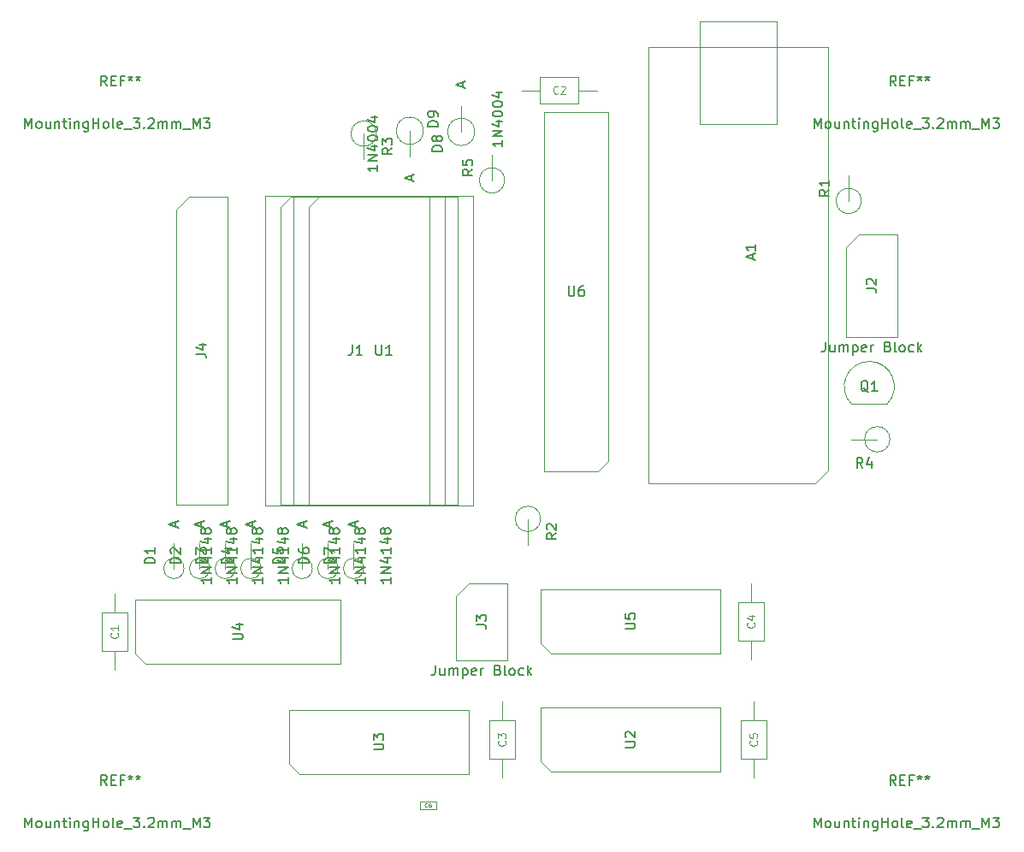
<source format=gbr>
%TF.GenerationSoftware,KiCad,Pcbnew,(6.0.0)*%
%TF.CreationDate,2022-03-13T18:30:08-04:00*%
%TF.ProjectId,io_i2c,696f5f69-3263-42e6-9b69-6361645f7063,rev?*%
%TF.SameCoordinates,Original*%
%TF.FileFunction,AssemblyDrawing,Top*%
%FSLAX46Y46*%
G04 Gerber Fmt 4.6, Leading zero omitted, Abs format (unit mm)*
G04 Created by KiCad (PCBNEW (6.0.0)) date 2022-03-13 18:30:08*
%MOMM*%
%LPD*%
G01*
G04 APERTURE LIST*
%ADD10C,0.150000*%
%ADD11C,0.114000*%
%ADD12C,0.060000*%
%ADD13C,0.100000*%
G04 APERTURE END LIST*
D10*
%TO.C,U1*%
X127201884Y-121988891D02*
X127201884Y-122798415D01*
X127249503Y-122893653D01*
X127297122Y-122941272D01*
X127392360Y-122988891D01*
X127582836Y-122988891D01*
X127678074Y-122941272D01*
X127725693Y-122893653D01*
X127773312Y-122798415D01*
X127773312Y-121988891D01*
X128773312Y-122988891D02*
X128201884Y-122988891D01*
X128487598Y-122988891D02*
X128487598Y-121988891D01*
X128392360Y-122131749D01*
X128297122Y-122226987D01*
X128201884Y-122274606D01*
%TO.C,U2*%
X151852380Y-161797904D02*
X152661904Y-161797904D01*
X152757142Y-161750285D01*
X152804761Y-161702666D01*
X152852380Y-161607428D01*
X152852380Y-161416952D01*
X152804761Y-161321714D01*
X152757142Y-161274095D01*
X152661904Y-161226476D01*
X151852380Y-161226476D01*
X151947619Y-160797904D02*
X151900000Y-160750285D01*
X151852380Y-160655047D01*
X151852380Y-160416952D01*
X151900000Y-160321714D01*
X151947619Y-160274095D01*
X152042857Y-160226476D01*
X152138095Y-160226476D01*
X152280952Y-160274095D01*
X152852380Y-160845523D01*
X152852380Y-160226476D01*
%TO.C,J1*%
X124836455Y-121988891D02*
X124836455Y-122703177D01*
X124788836Y-122846034D01*
X124693598Y-122941272D01*
X124550741Y-122988891D01*
X124455503Y-122988891D01*
X125836455Y-122988891D02*
X125265027Y-122988891D01*
X125550741Y-122988891D02*
X125550741Y-121988891D01*
X125455503Y-122131749D01*
X125360265Y-122226987D01*
X125265027Y-122274606D01*
D11*
%TO.C,C1*%
X101617428Y-150494666D02*
X101653619Y-150530857D01*
X101689809Y-150639428D01*
X101689809Y-150711809D01*
X101653619Y-150820380D01*
X101581238Y-150892761D01*
X101508857Y-150928952D01*
X101364095Y-150965142D01*
X101255523Y-150965142D01*
X101110761Y-150928952D01*
X101038380Y-150892761D01*
X100966000Y-150820380D01*
X100929809Y-150711809D01*
X100929809Y-150639428D01*
X100966000Y-150530857D01*
X101002190Y-150494666D01*
X101689809Y-149770857D02*
X101689809Y-150205142D01*
X101689809Y-149988000D02*
X100929809Y-149988000D01*
X101038380Y-150060380D01*
X101110761Y-150132761D01*
X101146952Y-150205142D01*
%TO.C,C2*%
X145221333Y-97045428D02*
X145185142Y-97081619D01*
X145076571Y-97117809D01*
X145004190Y-97117809D01*
X144895619Y-97081619D01*
X144823238Y-97009238D01*
X144787047Y-96936857D01*
X144750857Y-96792095D01*
X144750857Y-96683523D01*
X144787047Y-96538761D01*
X144823238Y-96466380D01*
X144895619Y-96394000D01*
X145004190Y-96357809D01*
X145076571Y-96357809D01*
X145185142Y-96394000D01*
X145221333Y-96430190D01*
X145510857Y-96430190D02*
X145547047Y-96394000D01*
X145619428Y-96357809D01*
X145800380Y-96357809D01*
X145872761Y-96394000D01*
X145908952Y-96430190D01*
X145945142Y-96502571D01*
X145945142Y-96574952D01*
X145908952Y-96683523D01*
X145474666Y-97117809D01*
X145945142Y-97117809D01*
D10*
%TO.C,U4*%
X113005380Y-151119904D02*
X113814904Y-151119904D01*
X113910142Y-151072285D01*
X113957761Y-151024666D01*
X114005380Y-150929428D01*
X114005380Y-150738952D01*
X113957761Y-150643714D01*
X113910142Y-150596095D01*
X113814904Y-150548476D01*
X113005380Y-150548476D01*
X113338714Y-149643714D02*
X114005380Y-149643714D01*
X112957761Y-149881809D02*
X113672047Y-150119904D01*
X113672047Y-149500857D01*
%TO.C,U3*%
X126955380Y-162041904D02*
X127764904Y-162041904D01*
X127860142Y-161994285D01*
X127907761Y-161946666D01*
X127955380Y-161851428D01*
X127955380Y-161660952D01*
X127907761Y-161565714D01*
X127860142Y-161518095D01*
X127764904Y-161470476D01*
X126955380Y-161470476D01*
X126955380Y-161089523D02*
X126955380Y-160470476D01*
X127336333Y-160803809D01*
X127336333Y-160660952D01*
X127383952Y-160565714D01*
X127431571Y-160518095D01*
X127526809Y-160470476D01*
X127764904Y-160470476D01*
X127860142Y-160518095D01*
X127907761Y-160565714D01*
X127955380Y-160660952D01*
X127955380Y-160946666D01*
X127907761Y-161041904D01*
X127860142Y-161089523D01*
D11*
%TO.C,C3*%
X139971428Y-161162666D02*
X140007619Y-161198857D01*
X140043809Y-161307428D01*
X140043809Y-161379809D01*
X140007619Y-161488380D01*
X139935238Y-161560761D01*
X139862857Y-161596952D01*
X139718095Y-161633142D01*
X139609523Y-161633142D01*
X139464761Y-161596952D01*
X139392380Y-161560761D01*
X139320000Y-161488380D01*
X139283809Y-161379809D01*
X139283809Y-161307428D01*
X139320000Y-161198857D01*
X139356190Y-161162666D01*
X139283809Y-160909333D02*
X139283809Y-160438857D01*
X139573333Y-160692190D01*
X139573333Y-160583619D01*
X139609523Y-160511238D01*
X139645714Y-160475047D01*
X139718095Y-160438857D01*
X139899047Y-160438857D01*
X139971428Y-160475047D01*
X140007619Y-160511238D01*
X140043809Y-160583619D01*
X140043809Y-160800761D01*
X140007619Y-160873142D01*
X139971428Y-160909333D01*
D10*
%TO.C,Q1*%
X175926761Y-126637619D02*
X175831523Y-126590000D01*
X175736285Y-126494761D01*
X175593428Y-126351904D01*
X175498190Y-126304285D01*
X175402952Y-126304285D01*
X175450571Y-126542380D02*
X175355333Y-126494761D01*
X175260095Y-126399523D01*
X175212476Y-126209047D01*
X175212476Y-125875714D01*
X175260095Y-125685238D01*
X175355333Y-125590000D01*
X175450571Y-125542380D01*
X175641047Y-125542380D01*
X175736285Y-125590000D01*
X175831523Y-125685238D01*
X175879142Y-125875714D01*
X175879142Y-126209047D01*
X175831523Y-126399523D01*
X175736285Y-126494761D01*
X175641047Y-126542380D01*
X175450571Y-126542380D01*
X176831523Y-126542380D02*
X176260095Y-126542380D01*
X176545809Y-126542380D02*
X176545809Y-125542380D01*
X176450571Y-125685238D01*
X176355333Y-125780476D01*
X176260095Y-125828095D01*
%TO.C,A1*%
X164494666Y-113490285D02*
X164494666Y-113014095D01*
X164780380Y-113585523D02*
X163780380Y-113252190D01*
X164780380Y-112918857D01*
X164780380Y-112061714D02*
X164780380Y-112633142D01*
X164780380Y-112347428D02*
X163780380Y-112347428D01*
X163923238Y-112442666D01*
X164018476Y-112537904D01*
X164066095Y-112633142D01*
%TO.C,J2*%
X171680761Y-121670380D02*
X171680761Y-122384666D01*
X171633142Y-122527523D01*
X171537904Y-122622761D01*
X171395047Y-122670380D01*
X171299809Y-122670380D01*
X172585523Y-122003714D02*
X172585523Y-122670380D01*
X172156952Y-122003714D02*
X172156952Y-122527523D01*
X172204571Y-122622761D01*
X172299809Y-122670380D01*
X172442666Y-122670380D01*
X172537904Y-122622761D01*
X172585523Y-122575142D01*
X173061714Y-122670380D02*
X173061714Y-122003714D01*
X173061714Y-122098952D02*
X173109333Y-122051333D01*
X173204571Y-122003714D01*
X173347428Y-122003714D01*
X173442666Y-122051333D01*
X173490285Y-122146571D01*
X173490285Y-122670380D01*
X173490285Y-122146571D02*
X173537904Y-122051333D01*
X173633142Y-122003714D01*
X173776000Y-122003714D01*
X173871238Y-122051333D01*
X173918857Y-122146571D01*
X173918857Y-122670380D01*
X174395047Y-122003714D02*
X174395047Y-123003714D01*
X174395047Y-122051333D02*
X174490285Y-122003714D01*
X174680761Y-122003714D01*
X174776000Y-122051333D01*
X174823619Y-122098952D01*
X174871238Y-122194190D01*
X174871238Y-122479904D01*
X174823619Y-122575142D01*
X174776000Y-122622761D01*
X174680761Y-122670380D01*
X174490285Y-122670380D01*
X174395047Y-122622761D01*
X175680761Y-122622761D02*
X175585523Y-122670380D01*
X175395047Y-122670380D01*
X175299809Y-122622761D01*
X175252190Y-122527523D01*
X175252190Y-122146571D01*
X175299809Y-122051333D01*
X175395047Y-122003714D01*
X175585523Y-122003714D01*
X175680761Y-122051333D01*
X175728380Y-122146571D01*
X175728380Y-122241809D01*
X175252190Y-122337047D01*
X176156952Y-122670380D02*
X176156952Y-122003714D01*
X176156952Y-122194190D02*
X176204571Y-122098952D01*
X176252190Y-122051333D01*
X176347428Y-122003714D01*
X176442666Y-122003714D01*
X177871238Y-122146571D02*
X178014095Y-122194190D01*
X178061714Y-122241809D01*
X178109333Y-122337047D01*
X178109333Y-122479904D01*
X178061714Y-122575142D01*
X178014095Y-122622761D01*
X177918857Y-122670380D01*
X177537904Y-122670380D01*
X177537904Y-121670380D01*
X177871238Y-121670380D01*
X177966476Y-121718000D01*
X178014095Y-121765619D01*
X178061714Y-121860857D01*
X178061714Y-121956095D01*
X178014095Y-122051333D01*
X177966476Y-122098952D01*
X177871238Y-122146571D01*
X177537904Y-122146571D01*
X178680761Y-122670380D02*
X178585523Y-122622761D01*
X178537904Y-122527523D01*
X178537904Y-121670380D01*
X179204571Y-122670380D02*
X179109333Y-122622761D01*
X179061714Y-122575142D01*
X179014095Y-122479904D01*
X179014095Y-122194190D01*
X179061714Y-122098952D01*
X179109333Y-122051333D01*
X179204571Y-122003714D01*
X179347428Y-122003714D01*
X179442666Y-122051333D01*
X179490285Y-122098952D01*
X179537904Y-122194190D01*
X179537904Y-122479904D01*
X179490285Y-122575142D01*
X179442666Y-122622761D01*
X179347428Y-122670380D01*
X179204571Y-122670380D01*
X180395047Y-122622761D02*
X180299809Y-122670380D01*
X180109333Y-122670380D01*
X180014095Y-122622761D01*
X179966476Y-122575142D01*
X179918857Y-122479904D01*
X179918857Y-122194190D01*
X179966476Y-122098952D01*
X180014095Y-122051333D01*
X180109333Y-122003714D01*
X180299809Y-122003714D01*
X180395047Y-122051333D01*
X180823619Y-122670380D02*
X180823619Y-121670380D01*
X180918857Y-122289428D02*
X181204571Y-122670380D01*
X181204571Y-122003714D02*
X180823619Y-122384666D01*
X175728380Y-116411333D02*
X176442666Y-116411333D01*
X176585523Y-116458952D01*
X176680761Y-116554190D01*
X176728380Y-116697047D01*
X176728380Y-116792285D01*
X175823619Y-115982761D02*
X175776000Y-115935142D01*
X175728380Y-115839904D01*
X175728380Y-115601809D01*
X175776000Y-115506571D01*
X175823619Y-115458952D01*
X175918857Y-115411333D01*
X176014095Y-115411333D01*
X176156952Y-115458952D01*
X176728380Y-116030380D01*
X176728380Y-115411333D01*
%TO.C,D7*%
X128650751Y-144979171D02*
X128650751Y-145550599D01*
X128650751Y-145264885D02*
X127650751Y-145264885D01*
X127793609Y-145360123D01*
X127888847Y-145455361D01*
X127936466Y-145550599D01*
X128650751Y-144550599D02*
X127650751Y-144550599D01*
X128650751Y-143979171D01*
X127650751Y-143979171D01*
X127984085Y-143074409D02*
X128650751Y-143074409D01*
X127603132Y-143312504D02*
X128317418Y-143550599D01*
X128317418Y-142931552D01*
X128650751Y-142026790D02*
X128650751Y-142598218D01*
X128650751Y-142312504D02*
X127650751Y-142312504D01*
X127793609Y-142407742D01*
X127888847Y-142502980D01*
X127936466Y-142598218D01*
X127984085Y-141169647D02*
X128650751Y-141169647D01*
X127603132Y-141407742D02*
X128317418Y-141645837D01*
X128317418Y-141026790D01*
X128079323Y-140502980D02*
X128031704Y-140598218D01*
X127984085Y-140645837D01*
X127888847Y-140693456D01*
X127841228Y-140693456D01*
X127745990Y-140645837D01*
X127698371Y-140598218D01*
X127650751Y-140502980D01*
X127650751Y-140312504D01*
X127698371Y-140217266D01*
X127745990Y-140169647D01*
X127841228Y-140122028D01*
X127888847Y-140122028D01*
X127984085Y-140169647D01*
X128031704Y-140217266D01*
X128079323Y-140312504D01*
X128079323Y-140502980D01*
X128126942Y-140598218D01*
X128174561Y-140645837D01*
X128269799Y-140693456D01*
X128460275Y-140693456D01*
X128555513Y-140645837D01*
X128603132Y-140598218D01*
X128650751Y-140502980D01*
X128650751Y-140312504D01*
X128603132Y-140217266D01*
X128555513Y-140169647D01*
X128460275Y-140122028D01*
X128269799Y-140122028D01*
X128174561Y-140169647D01*
X128126942Y-140217266D01*
X128079323Y-140312504D01*
X125149666Y-140004409D02*
X125149666Y-139528218D01*
X125435380Y-140099647D02*
X124435380Y-139766314D01*
X125435380Y-139432980D01*
X123109009Y-143574409D02*
X122109009Y-143574409D01*
X122109009Y-143336314D01*
X122156629Y-143193456D01*
X122251867Y-143098218D01*
X122347105Y-143050599D01*
X122537581Y-143002980D01*
X122680438Y-143002980D01*
X122870914Y-143050599D01*
X122966152Y-143098218D01*
X123061390Y-143193456D01*
X123109009Y-143336314D01*
X123109009Y-143574409D01*
X122109009Y-142669647D02*
X122109009Y-142002980D01*
X123109009Y-142431552D01*
%TO.C,R1*%
X172072380Y-106621666D02*
X171596190Y-106955000D01*
X172072380Y-107193095D02*
X171072380Y-107193095D01*
X171072380Y-106812142D01*
X171120000Y-106716904D01*
X171167619Y-106669285D01*
X171262857Y-106621666D01*
X171405714Y-106621666D01*
X171500952Y-106669285D01*
X171548571Y-106716904D01*
X171596190Y-106812142D01*
X171596190Y-107193095D01*
X172072380Y-105669285D02*
X172072380Y-106240714D01*
X172072380Y-105955000D02*
X171072380Y-105955000D01*
X171215238Y-106050238D01*
X171310476Y-106145476D01*
X171358095Y-106240714D01*
%TO.C,REF\u002A\u002A*%
X92480952Y-100537380D02*
X92480952Y-99537380D01*
X92814285Y-100251666D01*
X93147619Y-99537380D01*
X93147619Y-100537380D01*
X93766666Y-100537380D02*
X93671428Y-100489761D01*
X93623809Y-100442142D01*
X93576190Y-100346904D01*
X93576190Y-100061190D01*
X93623809Y-99965952D01*
X93671428Y-99918333D01*
X93766666Y-99870714D01*
X93909523Y-99870714D01*
X94004761Y-99918333D01*
X94052380Y-99965952D01*
X94099999Y-100061190D01*
X94099999Y-100346904D01*
X94052380Y-100442142D01*
X94004761Y-100489761D01*
X93909523Y-100537380D01*
X93766666Y-100537380D01*
X94957142Y-99870714D02*
X94957142Y-100537380D01*
X94528571Y-99870714D02*
X94528571Y-100394523D01*
X94576190Y-100489761D01*
X94671428Y-100537380D01*
X94814285Y-100537380D01*
X94909523Y-100489761D01*
X94957142Y-100442142D01*
X95433333Y-99870714D02*
X95433333Y-100537380D01*
X95433333Y-99965952D02*
X95480952Y-99918333D01*
X95576190Y-99870714D01*
X95719047Y-99870714D01*
X95814285Y-99918333D01*
X95861904Y-100013571D01*
X95861904Y-100537380D01*
X96195238Y-99870714D02*
X96576190Y-99870714D01*
X96338095Y-99537380D02*
X96338095Y-100394523D01*
X96385714Y-100489761D01*
X96480952Y-100537380D01*
X96576190Y-100537380D01*
X96909523Y-100537380D02*
X96909523Y-99870714D01*
X96909523Y-99537380D02*
X96861904Y-99585000D01*
X96909523Y-99632619D01*
X96957142Y-99585000D01*
X96909523Y-99537380D01*
X96909523Y-99632619D01*
X97385714Y-99870714D02*
X97385714Y-100537380D01*
X97385714Y-99965952D02*
X97433333Y-99918333D01*
X97528571Y-99870714D01*
X97671428Y-99870714D01*
X97766666Y-99918333D01*
X97814285Y-100013571D01*
X97814285Y-100537380D01*
X98719047Y-99870714D02*
X98719047Y-100680238D01*
X98671428Y-100775476D01*
X98623809Y-100823095D01*
X98528571Y-100870714D01*
X98385714Y-100870714D01*
X98290476Y-100823095D01*
X98719047Y-100489761D02*
X98623809Y-100537380D01*
X98433333Y-100537380D01*
X98338095Y-100489761D01*
X98290476Y-100442142D01*
X98242857Y-100346904D01*
X98242857Y-100061190D01*
X98290476Y-99965952D01*
X98338095Y-99918333D01*
X98433333Y-99870714D01*
X98623809Y-99870714D01*
X98719047Y-99918333D01*
X99195238Y-100537380D02*
X99195238Y-99537380D01*
X99195238Y-100013571D02*
X99766666Y-100013571D01*
X99766666Y-100537380D02*
X99766666Y-99537380D01*
X100385714Y-100537380D02*
X100290476Y-100489761D01*
X100242857Y-100442142D01*
X100195238Y-100346904D01*
X100195238Y-100061190D01*
X100242857Y-99965952D01*
X100290476Y-99918333D01*
X100385714Y-99870714D01*
X100528571Y-99870714D01*
X100623809Y-99918333D01*
X100671428Y-99965952D01*
X100719047Y-100061190D01*
X100719047Y-100346904D01*
X100671428Y-100442142D01*
X100623809Y-100489761D01*
X100528571Y-100537380D01*
X100385714Y-100537380D01*
X101290476Y-100537380D02*
X101195238Y-100489761D01*
X101147619Y-100394523D01*
X101147619Y-99537380D01*
X102052380Y-100489761D02*
X101957142Y-100537380D01*
X101766666Y-100537380D01*
X101671428Y-100489761D01*
X101623809Y-100394523D01*
X101623809Y-100013571D01*
X101671428Y-99918333D01*
X101766666Y-99870714D01*
X101957142Y-99870714D01*
X102052380Y-99918333D01*
X102099999Y-100013571D01*
X102099999Y-100108809D01*
X101623809Y-100204047D01*
X102290476Y-100632619D02*
X103052380Y-100632619D01*
X103195238Y-99537380D02*
X103814285Y-99537380D01*
X103480952Y-99918333D01*
X103623809Y-99918333D01*
X103719047Y-99965952D01*
X103766666Y-100013571D01*
X103814285Y-100108809D01*
X103814285Y-100346904D01*
X103766666Y-100442142D01*
X103719047Y-100489761D01*
X103623809Y-100537380D01*
X103338095Y-100537380D01*
X103242857Y-100489761D01*
X103195238Y-100442142D01*
X104242857Y-100442142D02*
X104290476Y-100489761D01*
X104242857Y-100537380D01*
X104195238Y-100489761D01*
X104242857Y-100442142D01*
X104242857Y-100537380D01*
X104671428Y-99632619D02*
X104719047Y-99585000D01*
X104814285Y-99537380D01*
X105052380Y-99537380D01*
X105147619Y-99585000D01*
X105195238Y-99632619D01*
X105242857Y-99727857D01*
X105242857Y-99823095D01*
X105195238Y-99965952D01*
X104623809Y-100537380D01*
X105242857Y-100537380D01*
X105671428Y-100537380D02*
X105671428Y-99870714D01*
X105671428Y-99965952D02*
X105719047Y-99918333D01*
X105814285Y-99870714D01*
X105957142Y-99870714D01*
X106052380Y-99918333D01*
X106099999Y-100013571D01*
X106099999Y-100537380D01*
X106099999Y-100013571D02*
X106147619Y-99918333D01*
X106242857Y-99870714D01*
X106385714Y-99870714D01*
X106480952Y-99918333D01*
X106528571Y-100013571D01*
X106528571Y-100537380D01*
X107004761Y-100537380D02*
X107004761Y-99870714D01*
X107004761Y-99965952D02*
X107052380Y-99918333D01*
X107147619Y-99870714D01*
X107290476Y-99870714D01*
X107385714Y-99918333D01*
X107433333Y-100013571D01*
X107433333Y-100537380D01*
X107433333Y-100013571D02*
X107480952Y-99918333D01*
X107576190Y-99870714D01*
X107719047Y-99870714D01*
X107814285Y-99918333D01*
X107861904Y-100013571D01*
X107861904Y-100537380D01*
X108099999Y-100632619D02*
X108861904Y-100632619D01*
X109099999Y-100537380D02*
X109099999Y-99537380D01*
X109433333Y-100251666D01*
X109766666Y-99537380D01*
X109766666Y-100537380D01*
X110147619Y-99537380D02*
X110766666Y-99537380D01*
X110433333Y-99918333D01*
X110576190Y-99918333D01*
X110671428Y-99965952D01*
X110719047Y-100013571D01*
X110766666Y-100108809D01*
X110766666Y-100346904D01*
X110719047Y-100442142D01*
X110671428Y-100489761D01*
X110576190Y-100537380D01*
X110290476Y-100537380D01*
X110195238Y-100489761D01*
X110147619Y-100442142D01*
X100566666Y-96337380D02*
X100233333Y-95861190D01*
X99995238Y-96337380D02*
X99995238Y-95337380D01*
X100376190Y-95337380D01*
X100471428Y-95385000D01*
X100519047Y-95432619D01*
X100566666Y-95527857D01*
X100566666Y-95670714D01*
X100519047Y-95765952D01*
X100471428Y-95813571D01*
X100376190Y-95861190D01*
X99995238Y-95861190D01*
X100995238Y-95813571D02*
X101328571Y-95813571D01*
X101471428Y-96337380D02*
X100995238Y-96337380D01*
X100995238Y-95337380D01*
X101471428Y-95337380D01*
X102233333Y-95813571D02*
X101900000Y-95813571D01*
X101900000Y-96337380D02*
X101900000Y-95337380D01*
X102376190Y-95337380D01*
X102900000Y-95337380D02*
X102900000Y-95575476D01*
X102661904Y-95480238D02*
X102900000Y-95575476D01*
X103138095Y-95480238D01*
X102757142Y-95765952D02*
X102900000Y-95575476D01*
X103042857Y-95765952D01*
X103661904Y-95337380D02*
X103661904Y-95575476D01*
X103423809Y-95480238D02*
X103661904Y-95575476D01*
X103900000Y-95480238D01*
X103519047Y-95765952D02*
X103661904Y-95575476D01*
X103804761Y-95765952D01*
%TO.C,D3*%
X115950751Y-144979171D02*
X115950751Y-145550599D01*
X115950751Y-145264885D02*
X114950751Y-145264885D01*
X115093609Y-145360123D01*
X115188847Y-145455361D01*
X115236466Y-145550599D01*
X115950751Y-144550599D02*
X114950751Y-144550599D01*
X115950751Y-143979171D01*
X114950751Y-143979171D01*
X115284085Y-143074409D02*
X115950751Y-143074409D01*
X114903132Y-143312504D02*
X115617418Y-143550599D01*
X115617418Y-142931552D01*
X115950751Y-142026790D02*
X115950751Y-142598218D01*
X115950751Y-142312504D02*
X114950751Y-142312504D01*
X115093609Y-142407742D01*
X115188847Y-142502980D01*
X115236466Y-142598218D01*
X115284085Y-141169647D02*
X115950751Y-141169647D01*
X114903132Y-141407742D02*
X115617418Y-141645837D01*
X115617418Y-141026790D01*
X115379323Y-140502980D02*
X115331704Y-140598218D01*
X115284085Y-140645837D01*
X115188847Y-140693456D01*
X115141228Y-140693456D01*
X115045990Y-140645837D01*
X114998371Y-140598218D01*
X114950751Y-140502980D01*
X114950751Y-140312504D01*
X114998371Y-140217266D01*
X115045990Y-140169647D01*
X115141228Y-140122028D01*
X115188847Y-140122028D01*
X115284085Y-140169647D01*
X115331704Y-140217266D01*
X115379323Y-140312504D01*
X115379323Y-140502980D01*
X115426942Y-140598218D01*
X115474561Y-140645837D01*
X115569799Y-140693456D01*
X115760275Y-140693456D01*
X115855513Y-140645837D01*
X115903132Y-140598218D01*
X115950751Y-140502980D01*
X115950751Y-140312504D01*
X115903132Y-140217266D01*
X115855513Y-140169647D01*
X115760275Y-140122028D01*
X115569799Y-140122028D01*
X115474561Y-140169647D01*
X115426942Y-140217266D01*
X115379323Y-140312504D01*
X110409009Y-143574409D02*
X109409009Y-143574409D01*
X109409009Y-143336314D01*
X109456629Y-143193456D01*
X109551867Y-143098218D01*
X109647105Y-143050599D01*
X109837581Y-143002980D01*
X109980438Y-143002980D01*
X110170914Y-143050599D01*
X110266152Y-143098218D01*
X110361390Y-143193456D01*
X110409009Y-143336314D01*
X110409009Y-143574409D01*
X109409009Y-142669647D02*
X109409009Y-142050599D01*
X109789962Y-142383933D01*
X109789962Y-142241075D01*
X109837581Y-142145837D01*
X109885200Y-142098218D01*
X109980438Y-142050599D01*
X110218533Y-142050599D01*
X110313771Y-142098218D01*
X110361390Y-142145837D01*
X110409009Y-142241075D01*
X110409009Y-142526790D01*
X110361390Y-142622028D01*
X110313771Y-142669647D01*
X112449666Y-140004409D02*
X112449666Y-139528218D01*
X112735380Y-140099647D02*
X111735380Y-139766314D01*
X112735380Y-139432980D01*
%TO.C,J3*%
X133072761Y-153674380D02*
X133072761Y-154388666D01*
X133025142Y-154531523D01*
X132929904Y-154626761D01*
X132787047Y-154674380D01*
X132691809Y-154674380D01*
X133977523Y-154007714D02*
X133977523Y-154674380D01*
X133548952Y-154007714D02*
X133548952Y-154531523D01*
X133596571Y-154626761D01*
X133691809Y-154674380D01*
X133834666Y-154674380D01*
X133929904Y-154626761D01*
X133977523Y-154579142D01*
X134453714Y-154674380D02*
X134453714Y-154007714D01*
X134453714Y-154102952D02*
X134501333Y-154055333D01*
X134596571Y-154007714D01*
X134739428Y-154007714D01*
X134834666Y-154055333D01*
X134882285Y-154150571D01*
X134882285Y-154674380D01*
X134882285Y-154150571D02*
X134929904Y-154055333D01*
X135025142Y-154007714D01*
X135168000Y-154007714D01*
X135263238Y-154055333D01*
X135310857Y-154150571D01*
X135310857Y-154674380D01*
X135787047Y-154007714D02*
X135787047Y-155007714D01*
X135787047Y-154055333D02*
X135882285Y-154007714D01*
X136072761Y-154007714D01*
X136168000Y-154055333D01*
X136215619Y-154102952D01*
X136263238Y-154198190D01*
X136263238Y-154483904D01*
X136215619Y-154579142D01*
X136168000Y-154626761D01*
X136072761Y-154674380D01*
X135882285Y-154674380D01*
X135787047Y-154626761D01*
X137072761Y-154626761D02*
X136977523Y-154674380D01*
X136787047Y-154674380D01*
X136691809Y-154626761D01*
X136644190Y-154531523D01*
X136644190Y-154150571D01*
X136691809Y-154055333D01*
X136787047Y-154007714D01*
X136977523Y-154007714D01*
X137072761Y-154055333D01*
X137120380Y-154150571D01*
X137120380Y-154245809D01*
X136644190Y-154341047D01*
X137548952Y-154674380D02*
X137548952Y-154007714D01*
X137548952Y-154198190D02*
X137596571Y-154102952D01*
X137644190Y-154055333D01*
X137739428Y-154007714D01*
X137834666Y-154007714D01*
X139263238Y-154150571D02*
X139406095Y-154198190D01*
X139453714Y-154245809D01*
X139501333Y-154341047D01*
X139501333Y-154483904D01*
X139453714Y-154579142D01*
X139406095Y-154626761D01*
X139310857Y-154674380D01*
X138929904Y-154674380D01*
X138929904Y-153674380D01*
X139263238Y-153674380D01*
X139358476Y-153722000D01*
X139406095Y-153769619D01*
X139453714Y-153864857D01*
X139453714Y-153960095D01*
X139406095Y-154055333D01*
X139358476Y-154102952D01*
X139263238Y-154150571D01*
X138929904Y-154150571D01*
X140072761Y-154674380D02*
X139977523Y-154626761D01*
X139929904Y-154531523D01*
X139929904Y-153674380D01*
X140596571Y-154674380D02*
X140501333Y-154626761D01*
X140453714Y-154579142D01*
X140406095Y-154483904D01*
X140406095Y-154198190D01*
X140453714Y-154102952D01*
X140501333Y-154055333D01*
X140596571Y-154007714D01*
X140739428Y-154007714D01*
X140834666Y-154055333D01*
X140882285Y-154102952D01*
X140929904Y-154198190D01*
X140929904Y-154483904D01*
X140882285Y-154579142D01*
X140834666Y-154626761D01*
X140739428Y-154674380D01*
X140596571Y-154674380D01*
X141787047Y-154626761D02*
X141691809Y-154674380D01*
X141501333Y-154674380D01*
X141406095Y-154626761D01*
X141358476Y-154579142D01*
X141310857Y-154483904D01*
X141310857Y-154198190D01*
X141358476Y-154102952D01*
X141406095Y-154055333D01*
X141501333Y-154007714D01*
X141691809Y-154007714D01*
X141787047Y-154055333D01*
X142215619Y-154674380D02*
X142215619Y-153674380D01*
X142310857Y-154293428D02*
X142596571Y-154674380D01*
X142596571Y-154007714D02*
X142215619Y-154388666D01*
X137120380Y-149685333D02*
X137834666Y-149685333D01*
X137977523Y-149732952D01*
X138072761Y-149828190D01*
X138120380Y-149971047D01*
X138120380Y-150066285D01*
X137120380Y-149304380D02*
X137120380Y-148685333D01*
X137501333Y-149018666D01*
X137501333Y-148875809D01*
X137548952Y-148780571D01*
X137596571Y-148732952D01*
X137691809Y-148685333D01*
X137929904Y-148685333D01*
X138025142Y-148732952D01*
X138072761Y-148780571D01*
X138120380Y-148875809D01*
X138120380Y-149161523D01*
X138072761Y-149256761D01*
X138025142Y-149304380D01*
D11*
%TO.C,C5*%
X164863428Y-161162666D02*
X164899619Y-161198857D01*
X164935809Y-161307428D01*
X164935809Y-161379809D01*
X164899619Y-161488380D01*
X164827238Y-161560761D01*
X164754857Y-161596952D01*
X164610095Y-161633142D01*
X164501523Y-161633142D01*
X164356761Y-161596952D01*
X164284380Y-161560761D01*
X164212000Y-161488380D01*
X164175809Y-161379809D01*
X164175809Y-161307428D01*
X164212000Y-161198857D01*
X164248190Y-161162666D01*
X164175809Y-160475047D02*
X164175809Y-160836952D01*
X164537714Y-160873142D01*
X164501523Y-160836952D01*
X164465333Y-160764571D01*
X164465333Y-160583619D01*
X164501523Y-160511238D01*
X164537714Y-160475047D01*
X164610095Y-160438857D01*
X164791047Y-160438857D01*
X164863428Y-160475047D01*
X164899619Y-160511238D01*
X164935809Y-160583619D01*
X164935809Y-160764571D01*
X164899619Y-160836952D01*
X164863428Y-160873142D01*
D10*
%TO.C,R3*%
X128806380Y-102499666D02*
X128330190Y-102833000D01*
X128806380Y-103071095D02*
X127806380Y-103071095D01*
X127806380Y-102690142D01*
X127854000Y-102594904D01*
X127901619Y-102547285D01*
X127996857Y-102499666D01*
X128139714Y-102499666D01*
X128234952Y-102547285D01*
X128282571Y-102594904D01*
X128330190Y-102690142D01*
X128330190Y-103071095D01*
X127806380Y-102166333D02*
X127806380Y-101547285D01*
X128187333Y-101880619D01*
X128187333Y-101737761D01*
X128234952Y-101642523D01*
X128282571Y-101594904D01*
X128377809Y-101547285D01*
X128615904Y-101547285D01*
X128711142Y-101594904D01*
X128758761Y-101642523D01*
X128806380Y-101737761D01*
X128806380Y-102023476D01*
X128758761Y-102118714D01*
X128711142Y-102166333D01*
%TO.C,REF\u002A\u002A*%
X170585952Y-100537380D02*
X170585952Y-99537380D01*
X170919285Y-100251666D01*
X171252619Y-99537380D01*
X171252619Y-100537380D01*
X171871666Y-100537380D02*
X171776428Y-100489761D01*
X171728809Y-100442142D01*
X171681190Y-100346904D01*
X171681190Y-100061190D01*
X171728809Y-99965952D01*
X171776428Y-99918333D01*
X171871666Y-99870714D01*
X172014523Y-99870714D01*
X172109761Y-99918333D01*
X172157380Y-99965952D01*
X172205000Y-100061190D01*
X172205000Y-100346904D01*
X172157380Y-100442142D01*
X172109761Y-100489761D01*
X172014523Y-100537380D01*
X171871666Y-100537380D01*
X173062142Y-99870714D02*
X173062142Y-100537380D01*
X172633571Y-99870714D02*
X172633571Y-100394523D01*
X172681190Y-100489761D01*
X172776428Y-100537380D01*
X172919285Y-100537380D01*
X173014523Y-100489761D01*
X173062142Y-100442142D01*
X173538333Y-99870714D02*
X173538333Y-100537380D01*
X173538333Y-99965952D02*
X173585952Y-99918333D01*
X173681190Y-99870714D01*
X173824047Y-99870714D01*
X173919285Y-99918333D01*
X173966904Y-100013571D01*
X173966904Y-100537380D01*
X174300238Y-99870714D02*
X174681190Y-99870714D01*
X174443095Y-99537380D02*
X174443095Y-100394523D01*
X174490714Y-100489761D01*
X174585952Y-100537380D01*
X174681190Y-100537380D01*
X175014523Y-100537380D02*
X175014523Y-99870714D01*
X175014523Y-99537380D02*
X174966904Y-99585000D01*
X175014523Y-99632619D01*
X175062142Y-99585000D01*
X175014523Y-99537380D01*
X175014523Y-99632619D01*
X175490714Y-99870714D02*
X175490714Y-100537380D01*
X175490714Y-99965952D02*
X175538333Y-99918333D01*
X175633571Y-99870714D01*
X175776428Y-99870714D01*
X175871666Y-99918333D01*
X175919285Y-100013571D01*
X175919285Y-100537380D01*
X176824047Y-99870714D02*
X176824047Y-100680238D01*
X176776428Y-100775476D01*
X176728809Y-100823095D01*
X176633571Y-100870714D01*
X176490714Y-100870714D01*
X176395476Y-100823095D01*
X176824047Y-100489761D02*
X176728809Y-100537380D01*
X176538333Y-100537380D01*
X176443095Y-100489761D01*
X176395476Y-100442142D01*
X176347857Y-100346904D01*
X176347857Y-100061190D01*
X176395476Y-99965952D01*
X176443095Y-99918333D01*
X176538333Y-99870714D01*
X176728809Y-99870714D01*
X176824047Y-99918333D01*
X177300238Y-100537380D02*
X177300238Y-99537380D01*
X177300238Y-100013571D02*
X177871666Y-100013571D01*
X177871666Y-100537380D02*
X177871666Y-99537380D01*
X178490714Y-100537380D02*
X178395476Y-100489761D01*
X178347857Y-100442142D01*
X178300238Y-100346904D01*
X178300238Y-100061190D01*
X178347857Y-99965952D01*
X178395476Y-99918333D01*
X178490714Y-99870714D01*
X178633571Y-99870714D01*
X178728809Y-99918333D01*
X178776428Y-99965952D01*
X178824047Y-100061190D01*
X178824047Y-100346904D01*
X178776428Y-100442142D01*
X178728809Y-100489761D01*
X178633571Y-100537380D01*
X178490714Y-100537380D01*
X179395476Y-100537380D02*
X179300238Y-100489761D01*
X179252619Y-100394523D01*
X179252619Y-99537380D01*
X180157380Y-100489761D02*
X180062142Y-100537380D01*
X179871666Y-100537380D01*
X179776428Y-100489761D01*
X179728809Y-100394523D01*
X179728809Y-100013571D01*
X179776428Y-99918333D01*
X179871666Y-99870714D01*
X180062142Y-99870714D01*
X180157380Y-99918333D01*
X180205000Y-100013571D01*
X180205000Y-100108809D01*
X179728809Y-100204047D01*
X180395476Y-100632619D02*
X181157380Y-100632619D01*
X181300238Y-99537380D02*
X181919285Y-99537380D01*
X181585952Y-99918333D01*
X181728809Y-99918333D01*
X181824047Y-99965952D01*
X181871666Y-100013571D01*
X181919285Y-100108809D01*
X181919285Y-100346904D01*
X181871666Y-100442142D01*
X181824047Y-100489761D01*
X181728809Y-100537380D01*
X181443095Y-100537380D01*
X181347857Y-100489761D01*
X181300238Y-100442142D01*
X182347857Y-100442142D02*
X182395476Y-100489761D01*
X182347857Y-100537380D01*
X182300238Y-100489761D01*
X182347857Y-100442142D01*
X182347857Y-100537380D01*
X182776428Y-99632619D02*
X182824047Y-99585000D01*
X182919285Y-99537380D01*
X183157380Y-99537380D01*
X183252619Y-99585000D01*
X183300238Y-99632619D01*
X183347857Y-99727857D01*
X183347857Y-99823095D01*
X183300238Y-99965952D01*
X182728809Y-100537380D01*
X183347857Y-100537380D01*
X183776428Y-100537380D02*
X183776428Y-99870714D01*
X183776428Y-99965952D02*
X183824047Y-99918333D01*
X183919285Y-99870714D01*
X184062142Y-99870714D01*
X184157380Y-99918333D01*
X184205000Y-100013571D01*
X184205000Y-100537380D01*
X184205000Y-100013571D02*
X184252619Y-99918333D01*
X184347857Y-99870714D01*
X184490714Y-99870714D01*
X184585952Y-99918333D01*
X184633571Y-100013571D01*
X184633571Y-100537380D01*
X185109761Y-100537380D02*
X185109761Y-99870714D01*
X185109761Y-99965952D02*
X185157380Y-99918333D01*
X185252619Y-99870714D01*
X185395476Y-99870714D01*
X185490714Y-99918333D01*
X185538333Y-100013571D01*
X185538333Y-100537380D01*
X185538333Y-100013571D02*
X185585952Y-99918333D01*
X185681190Y-99870714D01*
X185824047Y-99870714D01*
X185919285Y-99918333D01*
X185966904Y-100013571D01*
X185966904Y-100537380D01*
X186205000Y-100632619D02*
X186966904Y-100632619D01*
X187205000Y-100537380D02*
X187205000Y-99537380D01*
X187538333Y-100251666D01*
X187871666Y-99537380D01*
X187871666Y-100537380D01*
X188252619Y-99537380D02*
X188871666Y-99537380D01*
X188538333Y-99918333D01*
X188681190Y-99918333D01*
X188776428Y-99965952D01*
X188824047Y-100013571D01*
X188871666Y-100108809D01*
X188871666Y-100346904D01*
X188824047Y-100442142D01*
X188776428Y-100489761D01*
X188681190Y-100537380D01*
X188395476Y-100537380D01*
X188300238Y-100489761D01*
X188252619Y-100442142D01*
X178671666Y-96337380D02*
X178338333Y-95861190D01*
X178100238Y-96337380D02*
X178100238Y-95337380D01*
X178481190Y-95337380D01*
X178576428Y-95385000D01*
X178624047Y-95432619D01*
X178671666Y-95527857D01*
X178671666Y-95670714D01*
X178624047Y-95765952D01*
X178576428Y-95813571D01*
X178481190Y-95861190D01*
X178100238Y-95861190D01*
X179100238Y-95813571D02*
X179433571Y-95813571D01*
X179576428Y-96337380D02*
X179100238Y-96337380D01*
X179100238Y-95337380D01*
X179576428Y-95337380D01*
X180338333Y-95813571D02*
X180005000Y-95813571D01*
X180005000Y-96337380D02*
X180005000Y-95337380D01*
X180481190Y-95337380D01*
X181005000Y-95337380D02*
X181005000Y-95575476D01*
X180766904Y-95480238D02*
X181005000Y-95575476D01*
X181243095Y-95480238D01*
X180862142Y-95765952D02*
X181005000Y-95575476D01*
X181147857Y-95765952D01*
X181766904Y-95337380D02*
X181766904Y-95575476D01*
X181528809Y-95480238D02*
X181766904Y-95575476D01*
X182005000Y-95480238D01*
X181624047Y-95765952D02*
X181766904Y-95575476D01*
X181909761Y-95765952D01*
%TO.C,U6*%
X146256884Y-116151891D02*
X146256884Y-116961415D01*
X146304503Y-117056653D01*
X146352122Y-117104272D01*
X146447360Y-117151891D01*
X146637836Y-117151891D01*
X146733074Y-117104272D01*
X146780693Y-117056653D01*
X146828312Y-116961415D01*
X146828312Y-116151891D01*
X147733074Y-116151891D02*
X147542598Y-116151891D01*
X147447360Y-116199511D01*
X147399741Y-116247130D01*
X147304503Y-116389987D01*
X147256884Y-116580463D01*
X147256884Y-116961415D01*
X147304503Y-117056653D01*
X147352122Y-117104272D01*
X147447360Y-117151891D01*
X147637836Y-117151891D01*
X147733074Y-117104272D01*
X147780693Y-117056653D01*
X147828312Y-116961415D01*
X147828312Y-116723320D01*
X147780693Y-116628082D01*
X147733074Y-116580463D01*
X147637836Y-116532844D01*
X147447360Y-116532844D01*
X147352122Y-116580463D01*
X147304503Y-116628082D01*
X147256884Y-116723320D01*
%TO.C,R4*%
X175376333Y-134140380D02*
X175043000Y-133664190D01*
X174804904Y-134140380D02*
X174804904Y-133140380D01*
X175185857Y-133140380D01*
X175281095Y-133188000D01*
X175328714Y-133235619D01*
X175376333Y-133330857D01*
X175376333Y-133473714D01*
X175328714Y-133568952D01*
X175281095Y-133616571D01*
X175185857Y-133664190D01*
X174804904Y-133664190D01*
X176233476Y-133473714D02*
X176233476Y-134140380D01*
X175995380Y-133092761D02*
X175757285Y-133807047D01*
X176376333Y-133807047D01*
%TO.C,D2*%
X113410751Y-144979171D02*
X113410751Y-145550599D01*
X113410751Y-145264885D02*
X112410751Y-145264885D01*
X112553609Y-145360123D01*
X112648847Y-145455361D01*
X112696466Y-145550599D01*
X113410751Y-144550599D02*
X112410751Y-144550599D01*
X113410751Y-143979171D01*
X112410751Y-143979171D01*
X112744085Y-143074409D02*
X113410751Y-143074409D01*
X112363132Y-143312504D02*
X113077418Y-143550599D01*
X113077418Y-142931552D01*
X113410751Y-142026790D02*
X113410751Y-142598218D01*
X113410751Y-142312504D02*
X112410751Y-142312504D01*
X112553609Y-142407742D01*
X112648847Y-142502980D01*
X112696466Y-142598218D01*
X112744085Y-141169647D02*
X113410751Y-141169647D01*
X112363132Y-141407742D02*
X113077418Y-141645837D01*
X113077418Y-141026790D01*
X112839323Y-140502980D02*
X112791704Y-140598218D01*
X112744085Y-140645837D01*
X112648847Y-140693456D01*
X112601228Y-140693456D01*
X112505990Y-140645837D01*
X112458371Y-140598218D01*
X112410751Y-140502980D01*
X112410751Y-140312504D01*
X112458371Y-140217266D01*
X112505990Y-140169647D01*
X112601228Y-140122028D01*
X112648847Y-140122028D01*
X112744085Y-140169647D01*
X112791704Y-140217266D01*
X112839323Y-140312504D01*
X112839323Y-140502980D01*
X112886942Y-140598218D01*
X112934561Y-140645837D01*
X113029799Y-140693456D01*
X113220275Y-140693456D01*
X113315513Y-140645837D01*
X113363132Y-140598218D01*
X113410751Y-140502980D01*
X113410751Y-140312504D01*
X113363132Y-140217266D01*
X113315513Y-140169647D01*
X113220275Y-140122028D01*
X113029799Y-140122028D01*
X112934561Y-140169647D01*
X112886942Y-140217266D01*
X112839323Y-140312504D01*
X107869009Y-143574409D02*
X106869009Y-143574409D01*
X106869009Y-143336314D01*
X106916629Y-143193456D01*
X107011867Y-143098218D01*
X107107105Y-143050599D01*
X107297581Y-143002980D01*
X107440438Y-143002980D01*
X107630914Y-143050599D01*
X107726152Y-143098218D01*
X107821390Y-143193456D01*
X107869009Y-143336314D01*
X107869009Y-143574409D01*
X106964248Y-142622028D02*
X106916629Y-142574409D01*
X106869009Y-142479171D01*
X106869009Y-142241075D01*
X106916629Y-142145837D01*
X106964248Y-142098218D01*
X107059486Y-142050599D01*
X107154724Y-142050599D01*
X107297581Y-142098218D01*
X107869009Y-142669647D01*
X107869009Y-142050599D01*
X109909666Y-140004409D02*
X109909666Y-139528218D01*
X110195380Y-140099647D02*
X109195380Y-139766314D01*
X110195380Y-139432980D01*
D12*
%TO.C,C6*%
X132267333Y-167681257D02*
X132248285Y-167700304D01*
X132191142Y-167719352D01*
X132153047Y-167719352D01*
X132095904Y-167700304D01*
X132057809Y-167662209D01*
X132038761Y-167624114D01*
X132019714Y-167547923D01*
X132019714Y-167490780D01*
X132038761Y-167414590D01*
X132057809Y-167376495D01*
X132095904Y-167338400D01*
X132153047Y-167319352D01*
X132191142Y-167319352D01*
X132248285Y-167338400D01*
X132267333Y-167357447D01*
X132610190Y-167319352D02*
X132534000Y-167319352D01*
X132495904Y-167338400D01*
X132476857Y-167357447D01*
X132438761Y-167414590D01*
X132419714Y-167490780D01*
X132419714Y-167643161D01*
X132438761Y-167681257D01*
X132457809Y-167700304D01*
X132495904Y-167719352D01*
X132572095Y-167719352D01*
X132610190Y-167700304D01*
X132629238Y-167681257D01*
X132648285Y-167643161D01*
X132648285Y-167547923D01*
X132629238Y-167509828D01*
X132610190Y-167490780D01*
X132572095Y-167471733D01*
X132495904Y-167471733D01*
X132457809Y-167490780D01*
X132438761Y-167509828D01*
X132419714Y-167547923D01*
D10*
%TO.C,R5*%
X136766380Y-104589666D02*
X136290190Y-104923000D01*
X136766380Y-105161095D02*
X135766380Y-105161095D01*
X135766380Y-104780142D01*
X135814000Y-104684904D01*
X135861619Y-104637285D01*
X135956857Y-104589666D01*
X136099714Y-104589666D01*
X136194952Y-104637285D01*
X136242571Y-104684904D01*
X136290190Y-104780142D01*
X136290190Y-105161095D01*
X135766380Y-103684904D02*
X135766380Y-104161095D01*
X136242571Y-104208714D01*
X136194952Y-104161095D01*
X136147333Y-104065857D01*
X136147333Y-103827761D01*
X136194952Y-103732523D01*
X136242571Y-103684904D01*
X136337809Y-103637285D01*
X136575904Y-103637285D01*
X136671142Y-103684904D01*
X136718761Y-103732523D01*
X136766380Y-103827761D01*
X136766380Y-104065857D01*
X136718761Y-104161095D01*
X136671142Y-104208714D01*
%TO.C,J4*%
X109387169Y-122874844D02*
X110101455Y-122874844D01*
X110244312Y-122922463D01*
X110339550Y-123017701D01*
X110387169Y-123160558D01*
X110387169Y-123255796D01*
X109720503Y-121970082D02*
X110387169Y-121970082D01*
X109339550Y-122208177D02*
X110053836Y-122446272D01*
X110053836Y-121827225D01*
%TO.C,D9*%
X139728015Y-101766623D02*
X139728015Y-102338051D01*
X139728015Y-102052337D02*
X138728015Y-102052337D01*
X138870873Y-102147575D01*
X138966111Y-102242813D01*
X139013730Y-102338051D01*
X139728015Y-101338051D02*
X138728015Y-101338051D01*
X139728015Y-100766623D01*
X138728015Y-100766623D01*
X139061349Y-99861861D02*
X139728015Y-99861861D01*
X138680396Y-100099956D02*
X139394682Y-100338051D01*
X139394682Y-99719004D01*
X138728015Y-99147575D02*
X138728015Y-99052337D01*
X138775635Y-98957099D01*
X138823254Y-98909480D01*
X138918492Y-98861861D01*
X139108968Y-98814242D01*
X139347063Y-98814242D01*
X139537539Y-98861861D01*
X139632777Y-98909480D01*
X139680396Y-98957099D01*
X139728015Y-99052337D01*
X139728015Y-99147575D01*
X139680396Y-99242813D01*
X139632777Y-99290432D01*
X139537539Y-99338051D01*
X139347063Y-99385670D01*
X139108968Y-99385670D01*
X138918492Y-99338051D01*
X138823254Y-99290432D01*
X138775635Y-99242813D01*
X138728015Y-99147575D01*
X138728015Y-98195194D02*
X138728015Y-98099956D01*
X138775635Y-98004718D01*
X138823254Y-97957099D01*
X138918492Y-97909480D01*
X139108968Y-97861861D01*
X139347063Y-97861861D01*
X139537539Y-97909480D01*
X139632777Y-97957099D01*
X139680396Y-98004718D01*
X139728015Y-98099956D01*
X139728015Y-98195194D01*
X139680396Y-98290432D01*
X139632777Y-98338051D01*
X139537539Y-98385670D01*
X139347063Y-98433289D01*
X139108968Y-98433289D01*
X138918492Y-98385670D01*
X138823254Y-98338051D01*
X138775635Y-98290432D01*
X138728015Y-98195194D01*
X139061349Y-97004718D02*
X139728015Y-97004718D01*
X138680396Y-97242813D02*
X139394682Y-97480908D01*
X139394682Y-96861861D01*
X133337745Y-100361861D02*
X132337745Y-100361861D01*
X132337745Y-100123766D01*
X132385365Y-99980908D01*
X132480603Y-99885670D01*
X132575841Y-99838051D01*
X132766317Y-99790432D01*
X132909174Y-99790432D01*
X133099650Y-99838051D01*
X133194888Y-99885670D01*
X133290126Y-99980908D01*
X133337745Y-100123766D01*
X133337745Y-100361861D01*
X133337745Y-99314242D02*
X133337745Y-99123766D01*
X133290126Y-99028527D01*
X133242507Y-98980908D01*
X133099650Y-98885670D01*
X132909174Y-98838051D01*
X132528222Y-98838051D01*
X132432984Y-98885670D01*
X132385365Y-98933289D01*
X132337745Y-99028527D01*
X132337745Y-99219004D01*
X132385365Y-99314242D01*
X132432984Y-99361861D01*
X132528222Y-99409480D01*
X132766317Y-99409480D01*
X132861555Y-99361861D01*
X132909174Y-99314242D01*
X132956793Y-99219004D01*
X132956793Y-99028527D01*
X132909174Y-98933289D01*
X132861555Y-98885670D01*
X132766317Y-98838051D01*
X135802666Y-96491861D02*
X135802666Y-96015670D01*
X136088380Y-96587099D02*
X135088380Y-96253766D01*
X136088380Y-95920432D01*
%TO.C,D1*%
X110870751Y-144979171D02*
X110870751Y-145550599D01*
X110870751Y-145264885D02*
X109870751Y-145264885D01*
X110013609Y-145360123D01*
X110108847Y-145455361D01*
X110156466Y-145550599D01*
X110870751Y-144550599D02*
X109870751Y-144550599D01*
X110870751Y-143979171D01*
X109870751Y-143979171D01*
X110204085Y-143074409D02*
X110870751Y-143074409D01*
X109823132Y-143312504D02*
X110537418Y-143550599D01*
X110537418Y-142931552D01*
X110870751Y-142026790D02*
X110870751Y-142598218D01*
X110870751Y-142312504D02*
X109870751Y-142312504D01*
X110013609Y-142407742D01*
X110108847Y-142502980D01*
X110156466Y-142598218D01*
X110204085Y-141169647D02*
X110870751Y-141169647D01*
X109823132Y-141407742D02*
X110537418Y-141645837D01*
X110537418Y-141026790D01*
X110299323Y-140502980D02*
X110251704Y-140598218D01*
X110204085Y-140645837D01*
X110108847Y-140693456D01*
X110061228Y-140693456D01*
X109965990Y-140645837D01*
X109918371Y-140598218D01*
X109870751Y-140502980D01*
X109870751Y-140312504D01*
X109918371Y-140217266D01*
X109965990Y-140169647D01*
X110061228Y-140122028D01*
X110108847Y-140122028D01*
X110204085Y-140169647D01*
X110251704Y-140217266D01*
X110299323Y-140312504D01*
X110299323Y-140502980D01*
X110346942Y-140598218D01*
X110394561Y-140645837D01*
X110489799Y-140693456D01*
X110680275Y-140693456D01*
X110775513Y-140645837D01*
X110823132Y-140598218D01*
X110870751Y-140502980D01*
X110870751Y-140312504D01*
X110823132Y-140217266D01*
X110775513Y-140169647D01*
X110680275Y-140122028D01*
X110489799Y-140122028D01*
X110394561Y-140169647D01*
X110346942Y-140217266D01*
X110299323Y-140312504D01*
X107369666Y-140004409D02*
X107369666Y-139528218D01*
X107655380Y-140099647D02*
X106655380Y-139766314D01*
X107655380Y-139432980D01*
X105329009Y-143574409D02*
X104329009Y-143574409D01*
X104329009Y-143336314D01*
X104376629Y-143193456D01*
X104471867Y-143098218D01*
X104567105Y-143050599D01*
X104757581Y-143002980D01*
X104900438Y-143002980D01*
X105090914Y-143050599D01*
X105186152Y-143098218D01*
X105281390Y-143193456D01*
X105329009Y-143336314D01*
X105329009Y-143574409D01*
X105329009Y-142050599D02*
X105329009Y-142622028D01*
X105329009Y-142336314D02*
X104329009Y-142336314D01*
X104471867Y-142431552D01*
X104567105Y-142526790D01*
X104614724Y-142622028D01*
%TO.C,REF\u002A\u002A*%
X92480952Y-169752380D02*
X92480952Y-168752380D01*
X92814285Y-169466666D01*
X93147619Y-168752380D01*
X93147619Y-169752380D01*
X93766666Y-169752380D02*
X93671428Y-169704761D01*
X93623809Y-169657142D01*
X93576190Y-169561904D01*
X93576190Y-169276190D01*
X93623809Y-169180952D01*
X93671428Y-169133333D01*
X93766666Y-169085714D01*
X93909523Y-169085714D01*
X94004761Y-169133333D01*
X94052380Y-169180952D01*
X94099999Y-169276190D01*
X94099999Y-169561904D01*
X94052380Y-169657142D01*
X94004761Y-169704761D01*
X93909523Y-169752380D01*
X93766666Y-169752380D01*
X94957142Y-169085714D02*
X94957142Y-169752380D01*
X94528571Y-169085714D02*
X94528571Y-169609523D01*
X94576190Y-169704761D01*
X94671428Y-169752380D01*
X94814285Y-169752380D01*
X94909523Y-169704761D01*
X94957142Y-169657142D01*
X95433333Y-169085714D02*
X95433333Y-169752380D01*
X95433333Y-169180952D02*
X95480952Y-169133333D01*
X95576190Y-169085714D01*
X95719047Y-169085714D01*
X95814285Y-169133333D01*
X95861904Y-169228571D01*
X95861904Y-169752380D01*
X96195238Y-169085714D02*
X96576190Y-169085714D01*
X96338095Y-168752380D02*
X96338095Y-169609523D01*
X96385714Y-169704761D01*
X96480952Y-169752380D01*
X96576190Y-169752380D01*
X96909523Y-169752380D02*
X96909523Y-169085714D01*
X96909523Y-168752380D02*
X96861904Y-168800000D01*
X96909523Y-168847619D01*
X96957142Y-168800000D01*
X96909523Y-168752380D01*
X96909523Y-168847619D01*
X97385714Y-169085714D02*
X97385714Y-169752380D01*
X97385714Y-169180952D02*
X97433333Y-169133333D01*
X97528571Y-169085714D01*
X97671428Y-169085714D01*
X97766666Y-169133333D01*
X97814285Y-169228571D01*
X97814285Y-169752380D01*
X98719047Y-169085714D02*
X98719047Y-169895238D01*
X98671428Y-169990476D01*
X98623809Y-170038095D01*
X98528571Y-170085714D01*
X98385714Y-170085714D01*
X98290476Y-170038095D01*
X98719047Y-169704761D02*
X98623809Y-169752380D01*
X98433333Y-169752380D01*
X98338095Y-169704761D01*
X98290476Y-169657142D01*
X98242857Y-169561904D01*
X98242857Y-169276190D01*
X98290476Y-169180952D01*
X98338095Y-169133333D01*
X98433333Y-169085714D01*
X98623809Y-169085714D01*
X98719047Y-169133333D01*
X99195238Y-169752380D02*
X99195238Y-168752380D01*
X99195238Y-169228571D02*
X99766666Y-169228571D01*
X99766666Y-169752380D02*
X99766666Y-168752380D01*
X100385714Y-169752380D02*
X100290476Y-169704761D01*
X100242857Y-169657142D01*
X100195238Y-169561904D01*
X100195238Y-169276190D01*
X100242857Y-169180952D01*
X100290476Y-169133333D01*
X100385714Y-169085714D01*
X100528571Y-169085714D01*
X100623809Y-169133333D01*
X100671428Y-169180952D01*
X100719047Y-169276190D01*
X100719047Y-169561904D01*
X100671428Y-169657142D01*
X100623809Y-169704761D01*
X100528571Y-169752380D01*
X100385714Y-169752380D01*
X101290476Y-169752380D02*
X101195238Y-169704761D01*
X101147619Y-169609523D01*
X101147619Y-168752380D01*
X102052380Y-169704761D02*
X101957142Y-169752380D01*
X101766666Y-169752380D01*
X101671428Y-169704761D01*
X101623809Y-169609523D01*
X101623809Y-169228571D01*
X101671428Y-169133333D01*
X101766666Y-169085714D01*
X101957142Y-169085714D01*
X102052380Y-169133333D01*
X102099999Y-169228571D01*
X102099999Y-169323809D01*
X101623809Y-169419047D01*
X102290476Y-169847619D02*
X103052380Y-169847619D01*
X103195238Y-168752380D02*
X103814285Y-168752380D01*
X103480952Y-169133333D01*
X103623809Y-169133333D01*
X103719047Y-169180952D01*
X103766666Y-169228571D01*
X103814285Y-169323809D01*
X103814285Y-169561904D01*
X103766666Y-169657142D01*
X103719047Y-169704761D01*
X103623809Y-169752380D01*
X103338095Y-169752380D01*
X103242857Y-169704761D01*
X103195238Y-169657142D01*
X104242857Y-169657142D02*
X104290476Y-169704761D01*
X104242857Y-169752380D01*
X104195238Y-169704761D01*
X104242857Y-169657142D01*
X104242857Y-169752380D01*
X104671428Y-168847619D02*
X104719047Y-168800000D01*
X104814285Y-168752380D01*
X105052380Y-168752380D01*
X105147619Y-168800000D01*
X105195238Y-168847619D01*
X105242857Y-168942857D01*
X105242857Y-169038095D01*
X105195238Y-169180952D01*
X104623809Y-169752380D01*
X105242857Y-169752380D01*
X105671428Y-169752380D02*
X105671428Y-169085714D01*
X105671428Y-169180952D02*
X105719047Y-169133333D01*
X105814285Y-169085714D01*
X105957142Y-169085714D01*
X106052380Y-169133333D01*
X106099999Y-169228571D01*
X106099999Y-169752380D01*
X106099999Y-169228571D02*
X106147619Y-169133333D01*
X106242857Y-169085714D01*
X106385714Y-169085714D01*
X106480952Y-169133333D01*
X106528571Y-169228571D01*
X106528571Y-169752380D01*
X107004761Y-169752380D02*
X107004761Y-169085714D01*
X107004761Y-169180952D02*
X107052380Y-169133333D01*
X107147619Y-169085714D01*
X107290476Y-169085714D01*
X107385714Y-169133333D01*
X107433333Y-169228571D01*
X107433333Y-169752380D01*
X107433333Y-169228571D02*
X107480952Y-169133333D01*
X107576190Y-169085714D01*
X107719047Y-169085714D01*
X107814285Y-169133333D01*
X107861904Y-169228571D01*
X107861904Y-169752380D01*
X108099999Y-169847619D02*
X108861904Y-169847619D01*
X109099999Y-169752380D02*
X109099999Y-168752380D01*
X109433333Y-169466666D01*
X109766666Y-168752380D01*
X109766666Y-169752380D01*
X110147619Y-168752380D02*
X110766666Y-168752380D01*
X110433333Y-169133333D01*
X110576190Y-169133333D01*
X110671428Y-169180952D01*
X110719047Y-169228571D01*
X110766666Y-169323809D01*
X110766666Y-169561904D01*
X110719047Y-169657142D01*
X110671428Y-169704761D01*
X110576190Y-169752380D01*
X110290476Y-169752380D01*
X110195238Y-169704761D01*
X110147619Y-169657142D01*
X100566666Y-165552380D02*
X100233333Y-165076190D01*
X99995238Y-165552380D02*
X99995238Y-164552380D01*
X100376190Y-164552380D01*
X100471428Y-164600000D01*
X100519047Y-164647619D01*
X100566666Y-164742857D01*
X100566666Y-164885714D01*
X100519047Y-164980952D01*
X100471428Y-165028571D01*
X100376190Y-165076190D01*
X99995238Y-165076190D01*
X100995238Y-165028571D02*
X101328571Y-165028571D01*
X101471428Y-165552380D02*
X100995238Y-165552380D01*
X100995238Y-164552380D01*
X101471428Y-164552380D01*
X102233333Y-165028571D02*
X101900000Y-165028571D01*
X101900000Y-165552380D02*
X101900000Y-164552380D01*
X102376190Y-164552380D01*
X102900000Y-164552380D02*
X102900000Y-164790476D01*
X102661904Y-164695238D02*
X102900000Y-164790476D01*
X103138095Y-164695238D01*
X102757142Y-164980952D02*
X102900000Y-164790476D01*
X103042857Y-164980952D01*
X103661904Y-164552380D02*
X103661904Y-164790476D01*
X103423809Y-164695238D02*
X103661904Y-164790476D01*
X103900000Y-164695238D01*
X103519047Y-164980952D02*
X103661904Y-164790476D01*
X103804761Y-164980952D01*
%TO.C,R2*%
X145062380Y-140628666D02*
X144586190Y-140962000D01*
X145062380Y-141200095D02*
X144062380Y-141200095D01*
X144062380Y-140819142D01*
X144110000Y-140723904D01*
X144157619Y-140676285D01*
X144252857Y-140628666D01*
X144395714Y-140628666D01*
X144490952Y-140676285D01*
X144538571Y-140723904D01*
X144586190Y-140819142D01*
X144586190Y-141200095D01*
X144157619Y-140247714D02*
X144110000Y-140200095D01*
X144062380Y-140104857D01*
X144062380Y-139866761D01*
X144110000Y-139771523D01*
X144157619Y-139723904D01*
X144252857Y-139676285D01*
X144348095Y-139676285D01*
X144490952Y-139723904D01*
X145062380Y-140295333D01*
X145062380Y-139676285D01*
%TO.C,REF\u002A\u002A*%
X170585952Y-169752380D02*
X170585952Y-168752380D01*
X170919285Y-169466666D01*
X171252619Y-168752380D01*
X171252619Y-169752380D01*
X171871666Y-169752380D02*
X171776428Y-169704761D01*
X171728809Y-169657142D01*
X171681190Y-169561904D01*
X171681190Y-169276190D01*
X171728809Y-169180952D01*
X171776428Y-169133333D01*
X171871666Y-169085714D01*
X172014523Y-169085714D01*
X172109761Y-169133333D01*
X172157380Y-169180952D01*
X172205000Y-169276190D01*
X172205000Y-169561904D01*
X172157380Y-169657142D01*
X172109761Y-169704761D01*
X172014523Y-169752380D01*
X171871666Y-169752380D01*
X173062142Y-169085714D02*
X173062142Y-169752380D01*
X172633571Y-169085714D02*
X172633571Y-169609523D01*
X172681190Y-169704761D01*
X172776428Y-169752380D01*
X172919285Y-169752380D01*
X173014523Y-169704761D01*
X173062142Y-169657142D01*
X173538333Y-169085714D02*
X173538333Y-169752380D01*
X173538333Y-169180952D02*
X173585952Y-169133333D01*
X173681190Y-169085714D01*
X173824047Y-169085714D01*
X173919285Y-169133333D01*
X173966904Y-169228571D01*
X173966904Y-169752380D01*
X174300238Y-169085714D02*
X174681190Y-169085714D01*
X174443095Y-168752380D02*
X174443095Y-169609523D01*
X174490714Y-169704761D01*
X174585952Y-169752380D01*
X174681190Y-169752380D01*
X175014523Y-169752380D02*
X175014523Y-169085714D01*
X175014523Y-168752380D02*
X174966904Y-168800000D01*
X175014523Y-168847619D01*
X175062142Y-168800000D01*
X175014523Y-168752380D01*
X175014523Y-168847619D01*
X175490714Y-169085714D02*
X175490714Y-169752380D01*
X175490714Y-169180952D02*
X175538333Y-169133333D01*
X175633571Y-169085714D01*
X175776428Y-169085714D01*
X175871666Y-169133333D01*
X175919285Y-169228571D01*
X175919285Y-169752380D01*
X176824047Y-169085714D02*
X176824047Y-169895238D01*
X176776428Y-169990476D01*
X176728809Y-170038095D01*
X176633571Y-170085714D01*
X176490714Y-170085714D01*
X176395476Y-170038095D01*
X176824047Y-169704761D02*
X176728809Y-169752380D01*
X176538333Y-169752380D01*
X176443095Y-169704761D01*
X176395476Y-169657142D01*
X176347857Y-169561904D01*
X176347857Y-169276190D01*
X176395476Y-169180952D01*
X176443095Y-169133333D01*
X176538333Y-169085714D01*
X176728809Y-169085714D01*
X176824047Y-169133333D01*
X177300238Y-169752380D02*
X177300238Y-168752380D01*
X177300238Y-169228571D02*
X177871666Y-169228571D01*
X177871666Y-169752380D02*
X177871666Y-168752380D01*
X178490714Y-169752380D02*
X178395476Y-169704761D01*
X178347857Y-169657142D01*
X178300238Y-169561904D01*
X178300238Y-169276190D01*
X178347857Y-169180952D01*
X178395476Y-169133333D01*
X178490714Y-169085714D01*
X178633571Y-169085714D01*
X178728809Y-169133333D01*
X178776428Y-169180952D01*
X178824047Y-169276190D01*
X178824047Y-169561904D01*
X178776428Y-169657142D01*
X178728809Y-169704761D01*
X178633571Y-169752380D01*
X178490714Y-169752380D01*
X179395476Y-169752380D02*
X179300238Y-169704761D01*
X179252619Y-169609523D01*
X179252619Y-168752380D01*
X180157380Y-169704761D02*
X180062142Y-169752380D01*
X179871666Y-169752380D01*
X179776428Y-169704761D01*
X179728809Y-169609523D01*
X179728809Y-169228571D01*
X179776428Y-169133333D01*
X179871666Y-169085714D01*
X180062142Y-169085714D01*
X180157380Y-169133333D01*
X180205000Y-169228571D01*
X180205000Y-169323809D01*
X179728809Y-169419047D01*
X180395476Y-169847619D02*
X181157380Y-169847619D01*
X181300238Y-168752380D02*
X181919285Y-168752380D01*
X181585952Y-169133333D01*
X181728809Y-169133333D01*
X181824047Y-169180952D01*
X181871666Y-169228571D01*
X181919285Y-169323809D01*
X181919285Y-169561904D01*
X181871666Y-169657142D01*
X181824047Y-169704761D01*
X181728809Y-169752380D01*
X181443095Y-169752380D01*
X181347857Y-169704761D01*
X181300238Y-169657142D01*
X182347857Y-169657142D02*
X182395476Y-169704761D01*
X182347857Y-169752380D01*
X182300238Y-169704761D01*
X182347857Y-169657142D01*
X182347857Y-169752380D01*
X182776428Y-168847619D02*
X182824047Y-168800000D01*
X182919285Y-168752380D01*
X183157380Y-168752380D01*
X183252619Y-168800000D01*
X183300238Y-168847619D01*
X183347857Y-168942857D01*
X183347857Y-169038095D01*
X183300238Y-169180952D01*
X182728809Y-169752380D01*
X183347857Y-169752380D01*
X183776428Y-169752380D02*
X183776428Y-169085714D01*
X183776428Y-169180952D02*
X183824047Y-169133333D01*
X183919285Y-169085714D01*
X184062142Y-169085714D01*
X184157380Y-169133333D01*
X184205000Y-169228571D01*
X184205000Y-169752380D01*
X184205000Y-169228571D02*
X184252619Y-169133333D01*
X184347857Y-169085714D01*
X184490714Y-169085714D01*
X184585952Y-169133333D01*
X184633571Y-169228571D01*
X184633571Y-169752380D01*
X185109761Y-169752380D02*
X185109761Y-169085714D01*
X185109761Y-169180952D02*
X185157380Y-169133333D01*
X185252619Y-169085714D01*
X185395476Y-169085714D01*
X185490714Y-169133333D01*
X185538333Y-169228571D01*
X185538333Y-169752380D01*
X185538333Y-169228571D02*
X185585952Y-169133333D01*
X185681190Y-169085714D01*
X185824047Y-169085714D01*
X185919285Y-169133333D01*
X185966904Y-169228571D01*
X185966904Y-169752380D01*
X186205000Y-169847619D02*
X186966904Y-169847619D01*
X187205000Y-169752380D02*
X187205000Y-168752380D01*
X187538333Y-169466666D01*
X187871666Y-168752380D01*
X187871666Y-169752380D01*
X188252619Y-168752380D02*
X188871666Y-168752380D01*
X188538333Y-169133333D01*
X188681190Y-169133333D01*
X188776428Y-169180952D01*
X188824047Y-169228571D01*
X188871666Y-169323809D01*
X188871666Y-169561904D01*
X188824047Y-169657142D01*
X188776428Y-169704761D01*
X188681190Y-169752380D01*
X188395476Y-169752380D01*
X188300238Y-169704761D01*
X188252619Y-169657142D01*
X178671666Y-165552380D02*
X178338333Y-165076190D01*
X178100238Y-165552380D02*
X178100238Y-164552380D01*
X178481190Y-164552380D01*
X178576428Y-164600000D01*
X178624047Y-164647619D01*
X178671666Y-164742857D01*
X178671666Y-164885714D01*
X178624047Y-164980952D01*
X178576428Y-165028571D01*
X178481190Y-165076190D01*
X178100238Y-165076190D01*
X179100238Y-165028571D02*
X179433571Y-165028571D01*
X179576428Y-165552380D02*
X179100238Y-165552380D01*
X179100238Y-164552380D01*
X179576428Y-164552380D01*
X180338333Y-165028571D02*
X180005000Y-165028571D01*
X180005000Y-165552380D02*
X180005000Y-164552380D01*
X180481190Y-164552380D01*
X181005000Y-164552380D02*
X181005000Y-164790476D01*
X180766904Y-164695238D02*
X181005000Y-164790476D01*
X181243095Y-164695238D01*
X180862142Y-164980952D02*
X181005000Y-164790476D01*
X181147857Y-164980952D01*
X181766904Y-164552380D02*
X181766904Y-164790476D01*
X181528809Y-164695238D02*
X181766904Y-164790476D01*
X182005000Y-164695238D01*
X181624047Y-164980952D02*
X181766904Y-164790476D01*
X181909761Y-164980952D01*
%TO.C,U5*%
X151847380Y-150103904D02*
X152656904Y-150103904D01*
X152752142Y-150056285D01*
X152799761Y-150008666D01*
X152847380Y-149913428D01*
X152847380Y-149722952D01*
X152799761Y-149627714D01*
X152752142Y-149580095D01*
X152656904Y-149532476D01*
X151847380Y-149532476D01*
X151847380Y-148580095D02*
X151847380Y-149056285D01*
X152323571Y-149103904D01*
X152275952Y-149056285D01*
X152228333Y-148961047D01*
X152228333Y-148722952D01*
X152275952Y-148627714D01*
X152323571Y-148580095D01*
X152418809Y-148532476D01*
X152656904Y-148532476D01*
X152752142Y-148580095D01*
X152799761Y-148627714D01*
X152847380Y-148722952D01*
X152847380Y-148961047D01*
X152799761Y-149056285D01*
X152752142Y-149103904D01*
%TO.C,D6*%
X126110751Y-144979171D02*
X126110751Y-145550599D01*
X126110751Y-145264885D02*
X125110751Y-145264885D01*
X125253609Y-145360123D01*
X125348847Y-145455361D01*
X125396466Y-145550599D01*
X126110751Y-144550599D02*
X125110751Y-144550599D01*
X126110751Y-143979171D01*
X125110751Y-143979171D01*
X125444085Y-143074409D02*
X126110751Y-143074409D01*
X125063132Y-143312504D02*
X125777418Y-143550599D01*
X125777418Y-142931552D01*
X126110751Y-142026790D02*
X126110751Y-142598218D01*
X126110751Y-142312504D02*
X125110751Y-142312504D01*
X125253609Y-142407742D01*
X125348847Y-142502980D01*
X125396466Y-142598218D01*
X125444085Y-141169647D02*
X126110751Y-141169647D01*
X125063132Y-141407742D02*
X125777418Y-141645837D01*
X125777418Y-141026790D01*
X125539323Y-140502980D02*
X125491704Y-140598218D01*
X125444085Y-140645837D01*
X125348847Y-140693456D01*
X125301228Y-140693456D01*
X125205990Y-140645837D01*
X125158371Y-140598218D01*
X125110751Y-140502980D01*
X125110751Y-140312504D01*
X125158371Y-140217266D01*
X125205990Y-140169647D01*
X125301228Y-140122028D01*
X125348847Y-140122028D01*
X125444085Y-140169647D01*
X125491704Y-140217266D01*
X125539323Y-140312504D01*
X125539323Y-140502980D01*
X125586942Y-140598218D01*
X125634561Y-140645837D01*
X125729799Y-140693456D01*
X125920275Y-140693456D01*
X126015513Y-140645837D01*
X126063132Y-140598218D01*
X126110751Y-140502980D01*
X126110751Y-140312504D01*
X126063132Y-140217266D01*
X126015513Y-140169647D01*
X125920275Y-140122028D01*
X125729799Y-140122028D01*
X125634561Y-140169647D01*
X125586942Y-140217266D01*
X125539323Y-140312504D01*
X120569009Y-143574409D02*
X119569009Y-143574409D01*
X119569009Y-143336314D01*
X119616629Y-143193456D01*
X119711867Y-143098218D01*
X119807105Y-143050599D01*
X119997581Y-143002980D01*
X120140438Y-143002980D01*
X120330914Y-143050599D01*
X120426152Y-143098218D01*
X120521390Y-143193456D01*
X120569009Y-143336314D01*
X120569009Y-143574409D01*
X119569009Y-142145837D02*
X119569009Y-142336314D01*
X119616629Y-142431552D01*
X119664248Y-142479171D01*
X119807105Y-142574409D01*
X119997581Y-142622028D01*
X120378533Y-142622028D01*
X120473771Y-142574409D01*
X120521390Y-142526790D01*
X120569009Y-142431552D01*
X120569009Y-142241075D01*
X120521390Y-142145837D01*
X120473771Y-142098218D01*
X120378533Y-142050599D01*
X120140438Y-142050599D01*
X120045200Y-142098218D01*
X119997581Y-142145837D01*
X119949962Y-142241075D01*
X119949962Y-142431552D01*
X119997581Y-142526790D01*
X120045200Y-142574409D01*
X120140438Y-142622028D01*
X122609666Y-140004409D02*
X122609666Y-139528218D01*
X122895380Y-140099647D02*
X121895380Y-139766314D01*
X122895380Y-139432980D01*
D11*
%TO.C,C4*%
X164609428Y-149478666D02*
X164645619Y-149514857D01*
X164681809Y-149623428D01*
X164681809Y-149695809D01*
X164645619Y-149804380D01*
X164573238Y-149876761D01*
X164500857Y-149912952D01*
X164356095Y-149949142D01*
X164247523Y-149949142D01*
X164102761Y-149912952D01*
X164030380Y-149876761D01*
X163958000Y-149804380D01*
X163921809Y-149695809D01*
X163921809Y-149623428D01*
X163958000Y-149514857D01*
X163994190Y-149478666D01*
X164175142Y-148827238D02*
X164681809Y-148827238D01*
X163885619Y-149008190D02*
X164428476Y-149189142D01*
X164428476Y-148718666D01*
D10*
%TO.C,D8*%
X127368745Y-104195091D02*
X127368745Y-104766519D01*
X127368745Y-104480805D02*
X126368745Y-104480805D01*
X126511603Y-104576043D01*
X126606841Y-104671281D01*
X126654460Y-104766519D01*
X127368745Y-103766519D02*
X126368745Y-103766519D01*
X127368745Y-103195091D01*
X126368745Y-103195091D01*
X126702079Y-102290329D02*
X127368745Y-102290329D01*
X126321126Y-102528424D02*
X127035412Y-102766519D01*
X127035412Y-102147472D01*
X126368745Y-101576043D02*
X126368745Y-101480805D01*
X126416365Y-101385567D01*
X126463984Y-101337948D01*
X126559222Y-101290329D01*
X126749698Y-101242710D01*
X126987793Y-101242710D01*
X127178269Y-101290329D01*
X127273507Y-101337948D01*
X127321126Y-101385567D01*
X127368745Y-101480805D01*
X127368745Y-101576043D01*
X127321126Y-101671281D01*
X127273507Y-101718900D01*
X127178269Y-101766519D01*
X126987793Y-101814138D01*
X126749698Y-101814138D01*
X126559222Y-101766519D01*
X126463984Y-101718900D01*
X126416365Y-101671281D01*
X126368745Y-101576043D01*
X126368745Y-100623662D02*
X126368745Y-100528424D01*
X126416365Y-100433186D01*
X126463984Y-100385567D01*
X126559222Y-100337948D01*
X126749698Y-100290329D01*
X126987793Y-100290329D01*
X127178269Y-100337948D01*
X127273507Y-100385567D01*
X127321126Y-100433186D01*
X127368745Y-100528424D01*
X127368745Y-100623662D01*
X127321126Y-100718900D01*
X127273507Y-100766519D01*
X127178269Y-100814138D01*
X126987793Y-100861757D01*
X126749698Y-100861757D01*
X126559222Y-100814138D01*
X126463984Y-100766519D01*
X126416365Y-100718900D01*
X126368745Y-100623662D01*
X126702079Y-99433186D02*
X127368745Y-99433186D01*
X126321126Y-99671281D02*
X127035412Y-99909376D01*
X127035412Y-99290329D01*
X133759015Y-102790329D02*
X132759015Y-102790329D01*
X132759015Y-102552234D01*
X132806635Y-102409376D01*
X132901873Y-102314138D01*
X132997111Y-102266519D01*
X133187587Y-102218900D01*
X133330444Y-102218900D01*
X133520920Y-102266519D01*
X133616158Y-102314138D01*
X133711396Y-102409376D01*
X133759015Y-102552234D01*
X133759015Y-102790329D01*
X133187587Y-101647472D02*
X133139968Y-101742710D01*
X133092349Y-101790329D01*
X132997111Y-101837948D01*
X132949492Y-101837948D01*
X132854254Y-101790329D01*
X132806635Y-101742710D01*
X132759015Y-101647472D01*
X132759015Y-101456995D01*
X132806635Y-101361757D01*
X132854254Y-101314138D01*
X132949492Y-101266519D01*
X132997111Y-101266519D01*
X133092349Y-101314138D01*
X133139968Y-101361757D01*
X133187587Y-101456995D01*
X133187587Y-101647472D01*
X133235206Y-101742710D01*
X133282825Y-101790329D01*
X133378063Y-101837948D01*
X133568539Y-101837948D01*
X133663777Y-101790329D01*
X133711396Y-101742710D01*
X133759015Y-101647472D01*
X133759015Y-101456995D01*
X133711396Y-101361757D01*
X133663777Y-101314138D01*
X133568539Y-101266519D01*
X133378063Y-101266519D01*
X133282825Y-101314138D01*
X133235206Y-101361757D01*
X133187587Y-101456995D01*
X130722666Y-105660329D02*
X130722666Y-105184138D01*
X131008380Y-105755567D02*
X130008380Y-105422234D01*
X131008380Y-105088900D01*
%TO.C,D4*%
X118490751Y-144979171D02*
X118490751Y-145550599D01*
X118490751Y-145264885D02*
X117490751Y-145264885D01*
X117633609Y-145360123D01*
X117728847Y-145455361D01*
X117776466Y-145550599D01*
X118490751Y-144550599D02*
X117490751Y-144550599D01*
X118490751Y-143979171D01*
X117490751Y-143979171D01*
X117824085Y-143074409D02*
X118490751Y-143074409D01*
X117443132Y-143312504D02*
X118157418Y-143550599D01*
X118157418Y-142931552D01*
X118490751Y-142026790D02*
X118490751Y-142598218D01*
X118490751Y-142312504D02*
X117490751Y-142312504D01*
X117633609Y-142407742D01*
X117728847Y-142502980D01*
X117776466Y-142598218D01*
X117824085Y-141169647D02*
X118490751Y-141169647D01*
X117443132Y-141407742D02*
X118157418Y-141645837D01*
X118157418Y-141026790D01*
X117919323Y-140502980D02*
X117871704Y-140598218D01*
X117824085Y-140645837D01*
X117728847Y-140693456D01*
X117681228Y-140693456D01*
X117585990Y-140645837D01*
X117538371Y-140598218D01*
X117490751Y-140502980D01*
X117490751Y-140312504D01*
X117538371Y-140217266D01*
X117585990Y-140169647D01*
X117681228Y-140122028D01*
X117728847Y-140122028D01*
X117824085Y-140169647D01*
X117871704Y-140217266D01*
X117919323Y-140312504D01*
X117919323Y-140502980D01*
X117966942Y-140598218D01*
X118014561Y-140645837D01*
X118109799Y-140693456D01*
X118300275Y-140693456D01*
X118395513Y-140645837D01*
X118443132Y-140598218D01*
X118490751Y-140502980D01*
X118490751Y-140312504D01*
X118443132Y-140217266D01*
X118395513Y-140169647D01*
X118300275Y-140122028D01*
X118109799Y-140122028D01*
X118014561Y-140169647D01*
X117966942Y-140217266D01*
X117919323Y-140312504D01*
X114989666Y-140004409D02*
X114989666Y-139528218D01*
X115275380Y-140099647D02*
X114275380Y-139766314D01*
X115275380Y-139432980D01*
X112949009Y-143574409D02*
X111949009Y-143574409D01*
X111949009Y-143336314D01*
X111996629Y-143193456D01*
X112091867Y-143098218D01*
X112187105Y-143050599D01*
X112377581Y-143002980D01*
X112520438Y-143002980D01*
X112710914Y-143050599D01*
X112806152Y-143098218D01*
X112901390Y-143193456D01*
X112949009Y-143336314D01*
X112949009Y-143574409D01*
X112282343Y-142145837D02*
X112949009Y-142145837D01*
X111901390Y-142383933D02*
X112615676Y-142622028D01*
X112615676Y-142002980D01*
%TO.C,D5*%
X123570751Y-144979171D02*
X123570751Y-145550599D01*
X123570751Y-145264885D02*
X122570751Y-145264885D01*
X122713609Y-145360123D01*
X122808847Y-145455361D01*
X122856466Y-145550599D01*
X123570751Y-144550599D02*
X122570751Y-144550599D01*
X123570751Y-143979171D01*
X122570751Y-143979171D01*
X122904085Y-143074409D02*
X123570751Y-143074409D01*
X122523132Y-143312504D02*
X123237418Y-143550599D01*
X123237418Y-142931552D01*
X123570751Y-142026790D02*
X123570751Y-142598218D01*
X123570751Y-142312504D02*
X122570751Y-142312504D01*
X122713609Y-142407742D01*
X122808847Y-142502980D01*
X122856466Y-142598218D01*
X122904085Y-141169647D02*
X123570751Y-141169647D01*
X122523132Y-141407742D02*
X123237418Y-141645837D01*
X123237418Y-141026790D01*
X122999323Y-140502980D02*
X122951704Y-140598218D01*
X122904085Y-140645837D01*
X122808847Y-140693456D01*
X122761228Y-140693456D01*
X122665990Y-140645837D01*
X122618371Y-140598218D01*
X122570751Y-140502980D01*
X122570751Y-140312504D01*
X122618371Y-140217266D01*
X122665990Y-140169647D01*
X122761228Y-140122028D01*
X122808847Y-140122028D01*
X122904085Y-140169647D01*
X122951704Y-140217266D01*
X122999323Y-140312504D01*
X122999323Y-140502980D01*
X123046942Y-140598218D01*
X123094561Y-140645837D01*
X123189799Y-140693456D01*
X123380275Y-140693456D01*
X123475513Y-140645837D01*
X123523132Y-140598218D01*
X123570751Y-140502980D01*
X123570751Y-140312504D01*
X123523132Y-140217266D01*
X123475513Y-140169647D01*
X123380275Y-140122028D01*
X123189799Y-140122028D01*
X123094561Y-140169647D01*
X123046942Y-140217266D01*
X122999323Y-140312504D01*
X120069666Y-140004409D02*
X120069666Y-139528218D01*
X120355380Y-140099647D02*
X119355380Y-139766314D01*
X120355380Y-139432980D01*
X118029009Y-143574409D02*
X117029009Y-143574409D01*
X117029009Y-143336314D01*
X117076629Y-143193456D01*
X117171867Y-143098218D01*
X117267105Y-143050599D01*
X117457581Y-143002980D01*
X117600438Y-143002980D01*
X117790914Y-143050599D01*
X117886152Y-143098218D01*
X117981390Y-143193456D01*
X118029009Y-143336314D01*
X118029009Y-143574409D01*
X117029009Y-142098218D02*
X117029009Y-142574409D01*
X117505200Y-142622028D01*
X117457581Y-142574409D01*
X117409962Y-142479171D01*
X117409962Y-142241075D01*
X117457581Y-142145837D01*
X117505200Y-142098218D01*
X117600438Y-142050599D01*
X117838533Y-142050599D01*
X117933771Y-142098218D01*
X117981390Y-142145837D01*
X118029009Y-142241075D01*
X118029009Y-142479171D01*
X117981390Y-142574409D01*
X117933771Y-142622028D01*
D13*
%TO.C,U1*%
X136853789Y-107236511D02*
X119073789Y-107236511D01*
X120598789Y-137776511D02*
X120598789Y-108296511D01*
X135328789Y-107296511D02*
X135328789Y-137776511D01*
X136853789Y-137836511D02*
X136853789Y-107236511D01*
X121598789Y-107296511D02*
X135328789Y-107296511D01*
X135328789Y-137776511D02*
X120598789Y-137776511D01*
X119073789Y-137836511D02*
X136853789Y-137836511D01*
X120598789Y-108296511D02*
X121598789Y-107296511D01*
X119073789Y-107236511D02*
X119073789Y-137836511D01*
%TO.C,U2*%
X161290000Y-164211000D02*
X144510000Y-164211000D01*
X143510000Y-157861000D02*
X161290000Y-157861000D01*
X161290000Y-157861000D02*
X161290000Y-164211000D01*
X144510000Y-164211000D02*
X143510000Y-163211000D01*
X143510000Y-163211000D02*
X143510000Y-157861000D01*
%TO.C,J1*%
X132534789Y-107296511D02*
X132534789Y-137776511D01*
X132534789Y-137776511D02*
X117804789Y-137776511D01*
X117804789Y-108296511D02*
X118804789Y-107296511D01*
X116279789Y-107236511D02*
X116279789Y-137836511D01*
X134059789Y-137836511D02*
X134059789Y-107236511D01*
X116279789Y-137836511D02*
X134059789Y-137836511D01*
X117804789Y-137776511D02*
X117804789Y-108296511D01*
X134059789Y-107236511D02*
X116279789Y-107236511D01*
X118804789Y-107296511D02*
X132534789Y-107296511D01*
%TO.C,C1*%
X101346000Y-146618000D02*
X101346000Y-148468000D01*
X100046000Y-152268000D02*
X102646000Y-152268000D01*
X100046000Y-148468000D02*
X100046000Y-152268000D01*
X101346000Y-154118000D02*
X101346000Y-152268000D01*
X102646000Y-152268000D02*
X102646000Y-148468000D01*
X102646000Y-148468000D02*
X100046000Y-148468000D01*
%TO.C,C2*%
X143448000Y-95474000D02*
X143448000Y-98074000D01*
X147248000Y-98074000D02*
X147248000Y-95474000D01*
X141598000Y-96774000D02*
X143448000Y-96774000D01*
X147248000Y-95474000D02*
X143448000Y-95474000D01*
X149098000Y-96774000D02*
X147248000Y-96774000D01*
X143448000Y-98074000D02*
X147248000Y-98074000D01*
%TO.C,U4*%
X103393000Y-147183000D02*
X123713000Y-147183000D01*
X104393000Y-153533000D02*
X103393000Y-152533000D01*
X123713000Y-147183000D02*
X123713000Y-153533000D01*
X123713000Y-153533000D02*
X104393000Y-153533000D01*
X103393000Y-152533000D02*
X103393000Y-147183000D01*
%TO.C,U3*%
X118613000Y-158105000D02*
X136393000Y-158105000D01*
X118613000Y-163455000D02*
X118613000Y-158105000D01*
X136393000Y-158105000D02*
X136393000Y-164455000D01*
X136393000Y-164455000D02*
X119613000Y-164455000D01*
X119613000Y-164455000D02*
X118613000Y-163455000D01*
%TO.C,C3*%
X138400000Y-159136000D02*
X138400000Y-162936000D01*
X141000000Y-159136000D02*
X138400000Y-159136000D01*
X141000000Y-162936000D02*
X141000000Y-159136000D01*
X139700000Y-157286000D02*
X139700000Y-159136000D01*
X138400000Y-162936000D02*
X141000000Y-162936000D01*
X139700000Y-164786000D02*
X139700000Y-162936000D01*
%TO.C,Q1*%
X174252000Y-127840000D02*
X177752000Y-127840000D01*
X176022000Y-123610000D02*
G75*
G03*
X174268375Y-127843625I0J-2480000D01*
G01*
X177775625Y-127843625D02*
G75*
G03*
X176022000Y-123610000I-1753625J1753625D01*
G01*
%TO.C,A1*%
X154168000Y-135636000D02*
X154168000Y-92456000D01*
X171948000Y-134366000D02*
X170678000Y-135636000D01*
X159248000Y-89916000D02*
X166868000Y-89916000D01*
X159248000Y-100076000D02*
X159248000Y-89916000D01*
X171948000Y-92456000D02*
X171948000Y-134366000D01*
X154168000Y-92456000D02*
X171948000Y-92456000D01*
X166868000Y-89916000D02*
X166868000Y-100076000D01*
X166868000Y-100076000D02*
X159248000Y-100076000D01*
X170678000Y-135636000D02*
X154168000Y-135636000D01*
%TO.C,J2*%
X178816000Y-110998000D02*
X178816000Y-121158000D01*
X173736000Y-121158000D02*
X173736000Y-112268000D01*
X178816000Y-121158000D02*
X173736000Y-121158000D01*
X175006000Y-110998000D02*
X178816000Y-110998000D01*
X173736000Y-112268000D02*
X175006000Y-110998000D01*
%TO.C,D7*%
X124983000Y-144106314D02*
X124983000Y-141566314D01*
X125983000Y-144106314D02*
G75*
G03*
X125983000Y-144106314I-1000000J0D01*
G01*
%TO.C,R1*%
X173990000Y-107725000D02*
X173990000Y-105185000D01*
X175240000Y-107725000D02*
G75*
G03*
X175240000Y-107725000I-1250000J0D01*
G01*
%TO.C,D3*%
X112283000Y-144106314D02*
X112283000Y-141566314D01*
X113283000Y-144106314D02*
G75*
G03*
X113283000Y-144106314I-1000000J0D01*
G01*
%TO.C,J3*%
X135128000Y-153162000D02*
X135128000Y-146812000D01*
X135128000Y-146812000D02*
X136398000Y-145542000D01*
X136398000Y-145542000D02*
X140208000Y-145542000D01*
X140208000Y-145542000D02*
X140208000Y-153162000D01*
X140208000Y-153162000D02*
X135128000Y-153162000D01*
%TO.C,C5*%
X163292000Y-159136000D02*
X163292000Y-162936000D01*
X165892000Y-159136000D02*
X163292000Y-159136000D01*
X165892000Y-162936000D02*
X165892000Y-159136000D01*
X164592000Y-157286000D02*
X164592000Y-159136000D01*
X164592000Y-164786000D02*
X164592000Y-162936000D01*
X163292000Y-162936000D02*
X165892000Y-162936000D01*
%TO.C,R3*%
X125984000Y-101063000D02*
X125984000Y-103603000D01*
X127234000Y-101063000D02*
G75*
G03*
X127234000Y-101063000I-1250000J0D01*
G01*
%TO.C,U6*%
X143843789Y-98919511D02*
X150193789Y-98919511D01*
X150193789Y-133479511D02*
X149193789Y-134479511D01*
X143843789Y-134479511D02*
X143843789Y-98919511D01*
X149193789Y-134479511D02*
X143843789Y-134479511D01*
X150193789Y-98919511D02*
X150193789Y-133479511D01*
%TO.C,R4*%
X176813000Y-131318000D02*
X174273000Y-131318000D01*
X178063000Y-131318000D02*
G75*
G03*
X178063000Y-131318000I-1250000J0D01*
G01*
%TO.C,D2*%
X109743000Y-144106314D02*
X109743000Y-141566314D01*
X110743000Y-144106314D02*
G75*
G03*
X110743000Y-144106314I-1000000J0D01*
G01*
%TO.C,C6*%
X131534000Y-167138400D02*
X133134000Y-167138400D01*
X131534000Y-167938400D02*
X131534000Y-167138400D01*
X133134000Y-167138400D02*
X133134000Y-167938400D01*
X133134000Y-167938400D02*
X131534000Y-167938400D01*
%TO.C,R5*%
X138684000Y-105693000D02*
X138684000Y-103153000D01*
X139934000Y-105693000D02*
G75*
G03*
X139934000Y-105693000I-1250000J0D01*
G01*
%TO.C,J4*%
X112474789Y-107301511D02*
X112474789Y-137781511D01*
X112474789Y-137781511D02*
X107394789Y-137781511D01*
X107394789Y-108571511D02*
X108664789Y-107301511D01*
X108664789Y-107301511D02*
X112474789Y-107301511D01*
X107394789Y-137781511D02*
X107394789Y-108571511D01*
%TO.C,D9*%
X135636000Y-100893766D02*
X135636000Y-98353766D01*
X136986000Y-100893766D02*
G75*
G03*
X136986000Y-100893766I-1350000J0D01*
G01*
%TO.C,D1*%
X107203000Y-144106314D02*
X107203000Y-141566314D01*
X108203000Y-144106314D02*
G75*
G03*
X108203000Y-144106314I-1000000J0D01*
G01*
%TO.C,R2*%
X142240000Y-139192000D02*
X142240000Y-141732000D01*
X143490000Y-139192000D02*
G75*
G03*
X143490000Y-139192000I-1250000J0D01*
G01*
%TO.C,U5*%
X143505000Y-151517000D02*
X143505000Y-146167000D01*
X144505000Y-152517000D02*
X143505000Y-151517000D01*
X161285000Y-146167000D02*
X161285000Y-152517000D01*
X161285000Y-152517000D02*
X144505000Y-152517000D01*
X143505000Y-146167000D02*
X161285000Y-146167000D01*
%TO.C,D6*%
X122443000Y-144106314D02*
X122443000Y-141566314D01*
X123443000Y-144106314D02*
G75*
G03*
X123443000Y-144106314I-1000000J0D01*
G01*
%TO.C,C4*%
X165638000Y-147452000D02*
X163038000Y-147452000D01*
X164338000Y-153102000D02*
X164338000Y-151252000D01*
X163038000Y-151252000D02*
X165638000Y-151252000D01*
X164338000Y-145602000D02*
X164338000Y-147452000D01*
X163038000Y-147452000D02*
X163038000Y-151252000D01*
X165638000Y-151252000D02*
X165638000Y-147452000D01*
%TO.C,D8*%
X130556000Y-100782234D02*
X130556000Y-103322234D01*
X131906000Y-100782234D02*
G75*
G03*
X131906000Y-100782234I-1350000J0D01*
G01*
%TO.C,D4*%
X114823000Y-144106314D02*
X114823000Y-141566314D01*
X115823000Y-144106314D02*
G75*
G03*
X115823000Y-144106314I-1000000J0D01*
G01*
%TO.C,D5*%
X119903000Y-144106314D02*
X119903000Y-141566314D01*
X120903000Y-144106314D02*
G75*
G03*
X120903000Y-144106314I-1000000J0D01*
G01*
%TD*%
M02*

</source>
